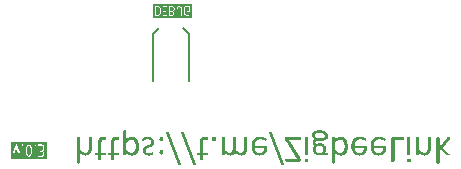
<source format=gbo>
G04*
G04 #@! TF.GenerationSoftware,Altium Limited,Altium Designer,21.6.4 (81)*
G04*
G04 Layer_Color=32896*
%FSLAX44Y44*%
%MOMM*%
G71*
G04*
G04 #@! TF.SameCoordinates,036B5A74-53F7-47AD-A214-E4BF2A679DD1*
G04*
G04*
G04 #@! TF.FilePolarity,Positive*
G04*
G01*
G75*
%ADD10C,0.2000*%
G36*
X286493Y26408D02*
X286975Y26371D01*
X287419Y26260D01*
X287826Y26149D01*
X288123Y26075D01*
X288382Y25964D01*
X288530Y25926D01*
X288567Y25889D01*
X288974Y25667D01*
X289382Y25408D01*
X289715Y25149D01*
X290011Y24890D01*
X290234Y24667D01*
X290382Y24482D01*
X290493Y24334D01*
X290530Y24297D01*
X290789Y23890D01*
X291048Y23445D01*
X291234Y23001D01*
X291419Y22631D01*
X291530Y22260D01*
X291641Y22001D01*
X291715Y21816D01*
Y21742D01*
X291863Y21186D01*
X291974Y20594D01*
X292048Y20038D01*
X292122Y19483D01*
Y19038D01*
X292159Y18705D01*
Y18557D01*
Y18446D01*
Y18409D01*
Y18372D01*
Y17779D01*
X292122Y17261D01*
X292048Y16742D01*
X292011Y16298D01*
X291937Y15928D01*
X291863Y15668D01*
X291826Y15483D01*
Y15409D01*
X291678Y14891D01*
X291530Y14446D01*
X291345Y14002D01*
X291196Y13669D01*
X291048Y13372D01*
X290900Y13150D01*
X290826Y13002D01*
X290789Y12965D01*
X290530Y12595D01*
X290234Y12261D01*
X289937Y11965D01*
X289641Y11706D01*
X289382Y11521D01*
X289160Y11372D01*
X289011Y11298D01*
X288974Y11261D01*
X288530Y11039D01*
X288086Y10891D01*
X287641Y10780D01*
X287234Y10706D01*
X286863Y10669D01*
X286567Y10632D01*
X286308D01*
X285864Y10669D01*
X285456Y10706D01*
X285308Y10743D01*
X285197D01*
X285123Y10780D01*
X285086D01*
X284641Y10891D01*
X284271Y11039D01*
X284123Y11076D01*
X284012Y11150D01*
X283938Y11187D01*
X283901D01*
X283493Y11409D01*
X283123Y11669D01*
X282975Y11780D01*
X282864Y11854D01*
X282790Y11891D01*
X282753Y11928D01*
X282309Y12298D01*
X281938Y12632D01*
X281753Y12780D01*
X281642Y12891D01*
X281568Y12965D01*
X281531Y13002D01*
Y4373D01*
X281494Y4225D01*
X281457Y4188D01*
X281309Y4040D01*
X281271Y4003D01*
X281234D01*
X281123Y3966D01*
X280975Y3929D01*
X280864Y3892D01*
X280827D01*
X280642Y3855D01*
X279716D01*
X279568Y3892D01*
X279531D01*
X279383Y3929D01*
X279272Y3966D01*
X279198Y4003D01*
X279161D01*
X279013Y4114D01*
X278938Y4151D01*
Y4188D01*
X278901Y4299D01*
Y4336D01*
Y4373D01*
Y25778D01*
X278938Y25964D01*
Y26001D01*
Y26038D01*
X278976Y26075D01*
X279049Y26112D01*
X279087Y26149D01*
X279124D01*
X279383Y26186D01*
X279457Y26223D01*
X279494D01*
X279679Y26260D01*
X280272D01*
X280420Y26223D01*
X280568D01*
X280716Y26186D01*
X280827D01*
X280901Y26149D01*
X280938D01*
X281049Y26112D01*
X281086Y26075D01*
X281123Y26001D01*
X281197Y25852D01*
Y25778D01*
Y24001D01*
X281642Y24445D01*
X282012Y24815D01*
X282160Y24964D01*
X282271Y25075D01*
X282346Y25112D01*
X282383Y25149D01*
X282827Y25445D01*
X283197Y25667D01*
X283308Y25778D01*
X283419Y25852D01*
X283493Y25889D01*
X283531D01*
X283938Y26075D01*
X284308Y26186D01*
X284419Y26223D01*
X284530Y26260D01*
X284604Y26297D01*
X284641D01*
X285086Y26371D01*
X285530Y26408D01*
X285679Y26445D01*
X285938D01*
X286493Y26408D01*
D02*
G37*
G36*
X171579Y26371D02*
X171727Y26334D01*
X171801D01*
X172061Y26297D01*
X172283Y26260D01*
X172431Y26223D01*
X172468D01*
X172690Y26149D01*
X172875Y26112D01*
X173023Y26075D01*
X173060D01*
X173246Y26001D01*
X173357Y25926D01*
X173394Y25852D01*
X173431D01*
X173542Y25741D01*
X173616Y25593D01*
X173653Y25482D01*
Y25445D01*
X173690Y25186D01*
X173727Y24964D01*
Y24778D01*
Y24704D01*
Y24519D01*
Y24334D01*
X173690Y24260D01*
Y24223D01*
X173653Y24001D01*
X173616Y23964D01*
Y23927D01*
X173542Y23816D01*
X173505Y23779D01*
X173394Y23705D01*
X173357D01*
X173135Y23742D01*
X173060Y23779D01*
X173023D01*
X172801Y23890D01*
X172690Y23927D01*
X172653Y23964D01*
X172468Y24001D01*
X172320Y24075D01*
X172172Y24112D01*
X172135D01*
X171912Y24149D01*
X171505D01*
X171098Y24112D01*
X170765Y24038D01*
X170505Y23927D01*
X170283Y23779D01*
X170098Y23630D01*
X169987Y23519D01*
X169950Y23445D01*
X169913Y23408D01*
X169765Y23075D01*
X169690Y22742D01*
X169542Y22001D01*
Y21668D01*
X169505Y21409D01*
Y21223D01*
Y21149D01*
Y13113D01*
X173172D01*
X173357Y13076D01*
X173468Y13002D01*
X173542Y12928D01*
X173579Y12891D01*
X173653Y12632D01*
X173727Y12372D01*
Y12150D01*
Y12076D01*
Y12039D01*
Y11854D01*
Y11669D01*
X173690Y11595D01*
Y11558D01*
X173653Y11409D01*
X173616Y11298D01*
X173579Y11261D01*
Y11224D01*
X173468Y11039D01*
X173431Y11002D01*
X173394D01*
X173246Y10928D01*
X169505D01*
Y7521D01*
X169468Y7373D01*
X169431Y7336D01*
X169283Y7188D01*
X169246Y7151D01*
X169209D01*
X169098Y7114D01*
X168950Y7077D01*
X168839Y7040D01*
X168802D01*
X168617Y7003D01*
X167691D01*
X167543Y7040D01*
X167505D01*
X167357Y7077D01*
X167246Y7114D01*
X167172Y7151D01*
X167135D01*
X166987Y7262D01*
X166913Y7299D01*
Y7336D01*
X166876Y7447D01*
Y7484D01*
Y7521D01*
Y10928D01*
X164839D01*
X164691Y10965D01*
X164654Y11002D01*
X164617D01*
X164469Y11150D01*
X164432Y11187D01*
Y11224D01*
X164395Y11335D01*
Y11446D01*
X164358Y11521D01*
Y11558D01*
X164321Y11706D01*
Y11854D01*
Y12002D01*
Y12039D01*
X164358Y12409D01*
X164395Y12669D01*
X164432Y12854D01*
Y12891D01*
X164543Y13002D01*
X164691Y13076D01*
X164802Y13113D01*
X166876D01*
Y21557D01*
Y22001D01*
X166913Y22408D01*
X166950Y22779D01*
X166987Y23075D01*
X167024Y23334D01*
X167061Y23556D01*
X167098Y23668D01*
Y23705D01*
X167320Y24334D01*
X167432Y24593D01*
X167543Y24815D01*
X167654Y25001D01*
X167765Y25149D01*
X167802Y25223D01*
X167839Y25260D01*
X168246Y25630D01*
X168691Y25926D01*
X168876Y26038D01*
X169024Y26075D01*
X169098Y26149D01*
X169135D01*
X169765Y26297D01*
X170098Y26334D01*
X170394Y26371D01*
X170653Y26408D01*
X171320D01*
X171579Y26371D01*
D02*
G37*
G36*
X96476D02*
X96624Y26334D01*
X96698D01*
X96957Y26297D01*
X97179Y26260D01*
X97328Y26223D01*
X97365D01*
X97587Y26149D01*
X97772Y26112D01*
X97920Y26075D01*
X97957D01*
X98142Y26001D01*
X98253Y25926D01*
X98291Y25852D01*
X98328D01*
X98439Y25741D01*
X98513Y25593D01*
X98550Y25482D01*
Y25445D01*
X98587Y25186D01*
X98624Y24964D01*
Y24778D01*
Y24704D01*
Y24519D01*
Y24334D01*
X98587Y24260D01*
Y24223D01*
X98550Y24001D01*
X98513Y23964D01*
Y23927D01*
X98439Y23816D01*
X98402Y23779D01*
X98291Y23705D01*
X98253D01*
X98031Y23742D01*
X97957Y23779D01*
X97920D01*
X97698Y23890D01*
X97587Y23927D01*
X97550Y23964D01*
X97365Y24001D01*
X97217Y24075D01*
X97068Y24112D01*
X97031D01*
X96809Y24149D01*
X96402D01*
X95994Y24112D01*
X95661Y24038D01*
X95402Y23927D01*
X95180Y23779D01*
X94994Y23630D01*
X94883Y23519D01*
X94846Y23445D01*
X94809Y23408D01*
X94661Y23075D01*
X94587Y22742D01*
X94439Y22001D01*
Y21668D01*
X94402Y21409D01*
Y21223D01*
Y21149D01*
Y13113D01*
X98068D01*
X98253Y13076D01*
X98364Y13002D01*
X98439Y12928D01*
X98476Y12891D01*
X98550Y12632D01*
X98624Y12372D01*
Y12150D01*
Y12076D01*
Y12039D01*
Y11854D01*
Y11669D01*
X98587Y11595D01*
Y11558D01*
X98550Y11409D01*
X98513Y11298D01*
X98476Y11261D01*
Y11224D01*
X98364Y11039D01*
X98328Y11002D01*
X98291D01*
X98142Y10928D01*
X94402D01*
Y7521D01*
X94365Y7373D01*
X94328Y7336D01*
X94180Y7188D01*
X94143Y7151D01*
X94106D01*
X93995Y7114D01*
X93847Y7077D01*
X93735Y7040D01*
X93698D01*
X93513Y7003D01*
X92587D01*
X92439Y7040D01*
X92402D01*
X92254Y7077D01*
X92143Y7114D01*
X92069Y7151D01*
X92032D01*
X91884Y7262D01*
X91810Y7299D01*
Y7336D01*
X91773Y7447D01*
Y7484D01*
Y7521D01*
Y10928D01*
X89736D01*
X89588Y10965D01*
X89551Y11002D01*
X89514D01*
X89366Y11150D01*
X89328Y11187D01*
Y11224D01*
X89291Y11335D01*
Y11446D01*
X89254Y11521D01*
Y11558D01*
X89217Y11706D01*
Y11854D01*
Y12002D01*
Y12039D01*
X89254Y12409D01*
X89291Y12669D01*
X89328Y12854D01*
Y12891D01*
X89439Y13002D01*
X89588Y13076D01*
X89699Y13113D01*
X91773D01*
Y21557D01*
Y22001D01*
X91810Y22408D01*
X91847Y22779D01*
X91884Y23075D01*
X91921Y23334D01*
X91958Y23556D01*
X91995Y23668D01*
Y23705D01*
X92217Y24334D01*
X92328Y24593D01*
X92439Y24815D01*
X92550Y25001D01*
X92661Y25149D01*
X92698Y25223D01*
X92736Y25260D01*
X93143Y25630D01*
X93587Y25926D01*
X93772Y26038D01*
X93921Y26075D01*
X93995Y26149D01*
X94032D01*
X94661Y26297D01*
X94994Y26334D01*
X95291Y26371D01*
X95550Y26408D01*
X96217D01*
X96476Y26371D01*
D02*
G37*
G36*
X85514D02*
X85662Y26334D01*
X85736D01*
X85996Y26297D01*
X86218Y26260D01*
X86366Y26223D01*
X86403D01*
X86625Y26149D01*
X86810Y26112D01*
X86958Y26075D01*
X86995D01*
X87181Y26001D01*
X87292Y25926D01*
X87329Y25852D01*
X87366D01*
X87477Y25741D01*
X87551Y25593D01*
X87588Y25482D01*
Y25445D01*
X87625Y25186D01*
X87662Y24964D01*
Y24778D01*
Y24704D01*
Y24519D01*
Y24334D01*
X87625Y24260D01*
Y24223D01*
X87588Y24001D01*
X87551Y23964D01*
Y23927D01*
X87477Y23816D01*
X87440Y23779D01*
X87329Y23705D01*
X87292D01*
X87069Y23742D01*
X86995Y23779D01*
X86958D01*
X86736Y23890D01*
X86625Y23927D01*
X86588Y23964D01*
X86403Y24001D01*
X86255Y24075D01*
X86107Y24112D01*
X86069D01*
X85847Y24149D01*
X85440D01*
X85033Y24112D01*
X84699Y24038D01*
X84440Y23927D01*
X84218Y23779D01*
X84033Y23630D01*
X83922Y23519D01*
X83885Y23445D01*
X83848Y23408D01*
X83699Y23075D01*
X83625Y22742D01*
X83477Y22001D01*
Y21668D01*
X83440Y21409D01*
Y21223D01*
Y21149D01*
Y13113D01*
X87107D01*
X87292Y13076D01*
X87403Y13002D01*
X87477Y12928D01*
X87514Y12891D01*
X87588Y12632D01*
X87662Y12372D01*
Y12150D01*
Y12076D01*
Y12039D01*
Y11854D01*
Y11669D01*
X87625Y11595D01*
Y11558D01*
X87588Y11409D01*
X87551Y11298D01*
X87514Y11261D01*
Y11224D01*
X87403Y11039D01*
X87366Y11002D01*
X87329D01*
X87181Y10928D01*
X83440D01*
Y7521D01*
X83403Y7373D01*
X83366Y7336D01*
X83218Y7188D01*
X83181Y7151D01*
X83144D01*
X83033Y7114D01*
X82885Y7077D01*
X82774Y7040D01*
X82737D01*
X82551Y7003D01*
X81625D01*
X81477Y7040D01*
X81440D01*
X81292Y7077D01*
X81181Y7114D01*
X81107Y7151D01*
X81070D01*
X80922Y7262D01*
X80848Y7299D01*
Y7336D01*
X80811Y7447D01*
Y7484D01*
Y7521D01*
Y10928D01*
X78774D01*
X78626Y10965D01*
X78589Y11002D01*
X78552D01*
X78404Y11150D01*
X78367Y11187D01*
Y11224D01*
X78330Y11335D01*
Y11446D01*
X78293Y11521D01*
Y11558D01*
X78256Y11706D01*
Y11854D01*
Y12002D01*
Y12039D01*
X78293Y12409D01*
X78330Y12669D01*
X78367Y12854D01*
Y12891D01*
X78478Y13002D01*
X78626Y13076D01*
X78737Y13113D01*
X80811D01*
Y21557D01*
Y22001D01*
X80848Y22408D01*
X80885Y22779D01*
X80922Y23075D01*
X80959Y23334D01*
X80996Y23556D01*
X81033Y23668D01*
Y23705D01*
X81255Y24334D01*
X81366Y24593D01*
X81477Y24815D01*
X81588Y25001D01*
X81700Y25149D01*
X81737Y25223D01*
X81774Y25260D01*
X82181Y25630D01*
X82625Y25926D01*
X82811Y26038D01*
X82959Y26075D01*
X83033Y26149D01*
X83070D01*
X83699Y26297D01*
X84033Y26334D01*
X84329Y26371D01*
X84588Y26408D01*
X85255D01*
X85514Y26371D01*
D02*
G37*
G36*
X319379Y26408D02*
X319712D01*
X320008Y26371D01*
X320230Y26334D01*
X320416D01*
X320527Y26297D01*
X320564D01*
X321193Y26186D01*
X321490Y26112D01*
X321712Y26075D01*
X321897Y26038D01*
X322045Y26001D01*
X322119Y25964D01*
X322156D01*
X322638Y25815D01*
X323008Y25704D01*
X323119Y25667D01*
X323230Y25630D01*
X323267Y25593D01*
X323304D01*
X323563Y25445D01*
X323749Y25371D01*
X323823Y25297D01*
X323897Y25186D01*
X323934Y25149D01*
X324008Y25001D01*
X324045Y24927D01*
X324082Y24704D01*
Y24667D01*
Y24630D01*
X324119Y24371D01*
Y24297D01*
Y24260D01*
Y24075D01*
Y23890D01*
X324082Y23816D01*
Y23779D01*
X324045Y23556D01*
X324008Y23519D01*
Y23482D01*
X323934Y23334D01*
X323897Y23297D01*
X323860D01*
X323749Y23223D01*
X323675D01*
X323489Y23260D01*
X323304Y23297D01*
X323156Y23371D01*
X323119Y23408D01*
X323082D01*
X322786Y23519D01*
X322452Y23630D01*
X322230Y23742D01*
X322156Y23779D01*
X322119D01*
X321638Y23927D01*
X321193Y24038D01*
X321008Y24075D01*
X320860Y24112D01*
X320749Y24149D01*
X320712D01*
X320119Y24223D01*
X319527Y24260D01*
X319268Y24297D01*
X318416D01*
X318008Y24260D01*
X317638Y24186D01*
X317305Y24112D01*
X317046Y24075D01*
X316823Y24001D01*
X316712Y23964D01*
X316675D01*
X316083Y23630D01*
X315823Y23482D01*
X315638Y23297D01*
X315453Y23149D01*
X315342Y23038D01*
X315268Y22964D01*
X315231Y22927D01*
X314861Y22371D01*
X314601Y21816D01*
X314527Y21594D01*
X314453Y21409D01*
X314416Y21297D01*
Y21260D01*
X314305Y20520D01*
X314231Y20149D01*
Y19816D01*
X314194Y19520D01*
Y19298D01*
Y19112D01*
Y19075D01*
X323675D01*
X323971Y19038D01*
X324193Y18927D01*
X324341Y18853D01*
X324378Y18816D01*
X324563Y18557D01*
X324674Y18261D01*
X324711Y18039D01*
Y17964D01*
Y17927D01*
Y17446D01*
Y16927D01*
X324637Y16446D01*
X324600Y16002D01*
X324526Y15594D01*
X324452Y15261D01*
X324415Y15039D01*
X324341Y14854D01*
Y14817D01*
X324193Y14372D01*
X324008Y13965D01*
X323823Y13594D01*
X323638Y13298D01*
X323452Y13039D01*
X323304Y12817D01*
X323230Y12706D01*
X323193Y12669D01*
X322897Y12335D01*
X322564Y12039D01*
X322230Y11780D01*
X321934Y11595D01*
X321675Y11409D01*
X321452Y11298D01*
X321267Y11224D01*
X321230Y11187D01*
X320749Y11002D01*
X320267Y10854D01*
X319786Y10780D01*
X319342Y10706D01*
X318934Y10669D01*
X318638Y10632D01*
X318342D01*
X317749Y10669D01*
X317231Y10706D01*
X316712Y10817D01*
X316305Y10891D01*
X315935Y11002D01*
X315675Y11113D01*
X315527Y11150D01*
X315453Y11187D01*
X315009Y11409D01*
X314564Y11669D01*
X314194Y11928D01*
X313898Y12187D01*
X313638Y12409D01*
X313416Y12595D01*
X313305Y12743D01*
X313268Y12780D01*
X312972Y13187D01*
X312676Y13594D01*
X312453Y14039D01*
X312268Y14409D01*
X312083Y14779D01*
X311972Y15039D01*
X311935Y15224D01*
X311898Y15298D01*
X311750Y15854D01*
X311639Y16446D01*
X311565Y17002D01*
X311528Y17520D01*
X311491Y17964D01*
X311454Y18335D01*
Y18557D01*
Y18594D01*
Y18631D01*
X311491Y19335D01*
X311528Y20001D01*
X311602Y20594D01*
X311676Y21075D01*
X311750Y21520D01*
X311824Y21816D01*
X311898Y22001D01*
Y22075D01*
X312083Y22594D01*
X312305Y23075D01*
X312528Y23482D01*
X312750Y23853D01*
X312972Y24112D01*
X313120Y24334D01*
X313231Y24482D01*
X313268Y24519D01*
X313638Y24853D01*
X314009Y25149D01*
X314379Y25408D01*
X314750Y25593D01*
X315046Y25741D01*
X315305Y25889D01*
X315453Y25926D01*
X315527Y25964D01*
X316046Y26112D01*
X316564Y26223D01*
X317083Y26334D01*
X317601Y26371D01*
X318008Y26408D01*
X318342Y26445D01*
X318638D01*
X319379Y26408D01*
D02*
G37*
G36*
X303084D02*
X303417D01*
X303714Y26371D01*
X303936Y26334D01*
X304121D01*
X304232Y26297D01*
X304269D01*
X304899Y26186D01*
X305195Y26112D01*
X305417Y26075D01*
X305602Y26038D01*
X305751Y26001D01*
X305825Y25964D01*
X305862D01*
X306343Y25815D01*
X306713Y25704D01*
X306824Y25667D01*
X306936Y25630D01*
X306973Y25593D01*
X307010D01*
X307269Y25445D01*
X307454Y25371D01*
X307528Y25297D01*
X307602Y25186D01*
X307639Y25149D01*
X307713Y25001D01*
X307750Y24927D01*
X307787Y24704D01*
Y24667D01*
Y24630D01*
X307824Y24371D01*
Y24297D01*
Y24260D01*
Y24075D01*
Y23890D01*
X307787Y23816D01*
Y23779D01*
X307750Y23556D01*
X307713Y23519D01*
Y23482D01*
X307639Y23334D01*
X307602Y23297D01*
X307565D01*
X307454Y23223D01*
X307380D01*
X307195Y23260D01*
X307010Y23297D01*
X306861Y23371D01*
X306824Y23408D01*
X306787D01*
X306491Y23519D01*
X306158Y23630D01*
X305936Y23742D01*
X305862Y23779D01*
X305825D01*
X305343Y23927D01*
X304899Y24038D01*
X304713Y24075D01*
X304565Y24112D01*
X304454Y24149D01*
X304417D01*
X303825Y24223D01*
X303232Y24260D01*
X302973Y24297D01*
X302121D01*
X301714Y24260D01*
X301343Y24186D01*
X301010Y24112D01*
X300751Y24075D01*
X300529Y24001D01*
X300418Y23964D01*
X300381D01*
X299788Y23630D01*
X299529Y23482D01*
X299344Y23297D01*
X299159Y23149D01*
X299048Y23038D01*
X298973Y22964D01*
X298936Y22927D01*
X298566Y22371D01*
X298307Y21816D01*
X298233Y21594D01*
X298159Y21409D01*
X298122Y21297D01*
Y21260D01*
X298011Y20520D01*
X297936Y20149D01*
Y19816D01*
X297899Y19520D01*
Y19298D01*
Y19112D01*
Y19075D01*
X307380D01*
X307676Y19038D01*
X307898Y18927D01*
X308046Y18853D01*
X308084Y18816D01*
X308269Y18557D01*
X308380Y18261D01*
X308417Y18039D01*
Y17964D01*
Y17927D01*
Y17446D01*
Y16927D01*
X308343Y16446D01*
X308306Y16002D01*
X308232Y15594D01*
X308158Y15261D01*
X308121Y15039D01*
X308046Y14854D01*
Y14817D01*
X307898Y14372D01*
X307713Y13965D01*
X307528Y13594D01*
X307343Y13298D01*
X307158Y13039D01*
X307010Y12817D01*
X306936Y12706D01*
X306898Y12669D01*
X306602Y12335D01*
X306269Y12039D01*
X305936Y11780D01*
X305639Y11595D01*
X305380Y11409D01*
X305158Y11298D01*
X304973Y11224D01*
X304936Y11187D01*
X304454Y11002D01*
X303973Y10854D01*
X303491Y10780D01*
X303047Y10706D01*
X302640Y10669D01*
X302343Y10632D01*
X302047D01*
X301455Y10669D01*
X300936Y10706D01*
X300418Y10817D01*
X300010Y10891D01*
X299640Y11002D01*
X299381Y11113D01*
X299233Y11150D01*
X299159Y11187D01*
X298714Y11409D01*
X298270Y11669D01*
X297899Y11928D01*
X297603Y12187D01*
X297344Y12409D01*
X297122Y12595D01*
X297011Y12743D01*
X296974Y12780D01*
X296677Y13187D01*
X296381Y13594D01*
X296159Y14039D01*
X295974Y14409D01*
X295788Y14779D01*
X295677Y15039D01*
X295640Y15224D01*
X295603Y15298D01*
X295455Y15854D01*
X295344Y16446D01*
X295270Y17002D01*
X295233Y17520D01*
X295196Y17964D01*
X295159Y18335D01*
Y18557D01*
Y18594D01*
Y18631D01*
X295196Y19335D01*
X295233Y20001D01*
X295307Y20594D01*
X295381Y21075D01*
X295455Y21520D01*
X295529Y21816D01*
X295603Y22001D01*
Y22075D01*
X295788Y22594D01*
X296011Y23075D01*
X296233Y23482D01*
X296455Y23853D01*
X296677Y24112D01*
X296826Y24334D01*
X296937Y24482D01*
X296974Y24519D01*
X297344Y24853D01*
X297714Y25149D01*
X298085Y25408D01*
X298455Y25593D01*
X298751Y25741D01*
X299010Y25889D01*
X299159Y25926D01*
X299233Y25964D01*
X299751Y26112D01*
X300270Y26223D01*
X300788Y26334D01*
X301306Y26371D01*
X301714Y26408D01*
X302047Y26445D01*
X302343D01*
X303084Y26408D01*
D02*
G37*
G36*
X218611D02*
X218945D01*
X219241Y26371D01*
X219463Y26334D01*
X219648D01*
X219759Y26297D01*
X219796D01*
X220426Y26186D01*
X220722Y26112D01*
X220944Y26075D01*
X221130Y26038D01*
X221278Y26001D01*
X221352Y25964D01*
X221389D01*
X221870Y25815D01*
X222241Y25704D01*
X222352Y25667D01*
X222463Y25630D01*
X222500Y25593D01*
X222537D01*
X222796Y25445D01*
X222981Y25371D01*
X223055Y25297D01*
X223129Y25186D01*
X223166Y25149D01*
X223241Y25001D01*
X223277Y24927D01*
X223315Y24704D01*
Y24667D01*
Y24630D01*
X223352Y24371D01*
Y24297D01*
Y24260D01*
Y24075D01*
Y23890D01*
X223315Y23816D01*
Y23779D01*
X223277Y23556D01*
X223241Y23519D01*
Y23482D01*
X223166Y23334D01*
X223129Y23297D01*
X223092D01*
X222981Y23223D01*
X222907D01*
X222722Y23260D01*
X222537Y23297D01*
X222389Y23371D01*
X222352Y23408D01*
X222315D01*
X222018Y23519D01*
X221685Y23630D01*
X221463Y23742D01*
X221389Y23779D01*
X221352D01*
X220870Y23927D01*
X220426Y24038D01*
X220241Y24075D01*
X220093Y24112D01*
X219982Y24149D01*
X219944D01*
X219352Y24223D01*
X218759Y24260D01*
X218500Y24297D01*
X217649D01*
X217241Y24260D01*
X216871Y24186D01*
X216537Y24112D01*
X216278Y24075D01*
X216056Y24001D01*
X215945Y23964D01*
X215908D01*
X215315Y23630D01*
X215056Y23482D01*
X214871Y23297D01*
X214686Y23149D01*
X214575Y23038D01*
X214501Y22964D01*
X214464Y22927D01*
X214093Y22371D01*
X213834Y21816D01*
X213760Y21594D01*
X213686Y21409D01*
X213649Y21297D01*
Y21260D01*
X213538Y20520D01*
X213464Y20149D01*
Y19816D01*
X213427Y19520D01*
Y19298D01*
Y19112D01*
Y19075D01*
X222907D01*
X223204Y19038D01*
X223426Y18927D01*
X223574Y18853D01*
X223611Y18816D01*
X223796Y18557D01*
X223907Y18261D01*
X223944Y18039D01*
Y17964D01*
Y17927D01*
Y17446D01*
Y16927D01*
X223870Y16446D01*
X223833Y16002D01*
X223759Y15594D01*
X223685Y15261D01*
X223648Y15039D01*
X223574Y14854D01*
Y14817D01*
X223426Y14372D01*
X223241Y13965D01*
X223055Y13594D01*
X222870Y13298D01*
X222685Y13039D01*
X222537Y12817D01*
X222463Y12706D01*
X222426Y12669D01*
X222129Y12335D01*
X221796Y12039D01*
X221463Y11780D01*
X221167Y11595D01*
X220907Y11409D01*
X220685Y11298D01*
X220500Y11224D01*
X220463Y11187D01*
X219982Y11002D01*
X219500Y10854D01*
X219019Y10780D01*
X218574Y10706D01*
X218167Y10669D01*
X217871Y10632D01*
X217574D01*
X216982Y10669D01*
X216463Y10706D01*
X215945Y10817D01*
X215538Y10891D01*
X215167Y11002D01*
X214908Y11113D01*
X214760Y11150D01*
X214686Y11187D01*
X214241Y11409D01*
X213797Y11669D01*
X213427Y11928D01*
X213130Y12187D01*
X212871Y12409D01*
X212649Y12595D01*
X212538Y12743D01*
X212501Y12780D01*
X212205Y13187D01*
X211908Y13594D01*
X211686Y14039D01*
X211501Y14409D01*
X211316Y14779D01*
X211205Y15039D01*
X211168Y15224D01*
X211131Y15298D01*
X210982Y15854D01*
X210871Y16446D01*
X210797Y17002D01*
X210760Y17520D01*
X210723Y17964D01*
X210686Y18335D01*
Y18557D01*
Y18594D01*
Y18631D01*
X210723Y19335D01*
X210760Y20001D01*
X210834Y20594D01*
X210908Y21075D01*
X210982Y21520D01*
X211057Y21816D01*
X211131Y22001D01*
Y22075D01*
X211316Y22594D01*
X211538Y23075D01*
X211760Y23482D01*
X211982Y23853D01*
X212205Y24112D01*
X212353Y24334D01*
X212464Y24482D01*
X212501Y24519D01*
X212871Y24853D01*
X213242Y25149D01*
X213612Y25408D01*
X213982Y25593D01*
X214279Y25741D01*
X214538Y25889D01*
X214686Y25926D01*
X214760Y25964D01*
X215278Y26112D01*
X215797Y26223D01*
X216315Y26334D01*
X216834Y26371D01*
X217241Y26408D01*
X217574Y26445D01*
X217871D01*
X218611Y26408D01*
D02*
G37*
G36*
X134953Y26260D02*
X135101Y26223D01*
X135176D01*
X135398Y26149D01*
X135546Y26038D01*
X135657Y25963D01*
X135694Y25926D01*
X135842Y25741D01*
X135916Y25556D01*
X135990Y25408D01*
Y25371D01*
X136027Y25075D01*
X136064Y24778D01*
Y24556D01*
Y24519D01*
Y24482D01*
Y24112D01*
X136027Y23816D01*
X135990Y23668D01*
Y23593D01*
X135916Y23334D01*
X135805Y23186D01*
X135731Y23075D01*
X135694Y23038D01*
X135546Y22890D01*
X135361Y22779D01*
X135250Y22742D01*
X135176Y22705D01*
X134916Y22631D01*
X134657Y22594D01*
X134028D01*
X133731Y22631D01*
X133583Y22668D01*
X133509Y22705D01*
X133287Y22816D01*
X133139Y22927D01*
X133028Y23001D01*
X132991Y23038D01*
X132879Y23186D01*
X132805Y23371D01*
X132731Y23519D01*
Y23593D01*
X132694Y23890D01*
Y24149D01*
Y24371D01*
Y24445D01*
Y24482D01*
Y24853D01*
X132731Y25112D01*
Y25297D01*
Y25371D01*
X132805Y25593D01*
X132879Y25778D01*
X132954Y25889D01*
X132991Y25926D01*
X133176Y26075D01*
X133324Y26149D01*
X133472Y26223D01*
X133509D01*
X133768Y26260D01*
X134065Y26297D01*
X134694D01*
X134953Y26260D01*
D02*
G37*
G36*
X179467Y26223D02*
X179727Y26186D01*
X179912Y26112D01*
X180023Y26038D01*
X180134Y26001D01*
X180208Y25926D01*
X180319Y25741D01*
X180430Y25519D01*
X180541Y25038D01*
X180578Y24778D01*
Y24593D01*
Y24445D01*
Y24408D01*
Y24038D01*
X180504Y23705D01*
X180467Y23445D01*
X180393Y23260D01*
X180319Y23112D01*
X180282Y23001D01*
X180208Y22927D01*
X180060Y22816D01*
X179875Y22705D01*
X179430Y22594D01*
X179245Y22557D01*
X178578D01*
X178282Y22631D01*
X178023Y22668D01*
X177838Y22742D01*
X177727Y22816D01*
X177616Y22890D01*
X177579Y22927D01*
X177542Y22964D01*
X177430Y23149D01*
X177319Y23371D01*
X177208Y23853D01*
Y24112D01*
X177171Y24297D01*
Y24445D01*
Y24482D01*
Y24853D01*
X177208Y25186D01*
X177282Y25445D01*
X177356Y25630D01*
X177393Y25778D01*
X177467Y25889D01*
X177505Y25926D01*
Y25963D01*
X177653Y26075D01*
X177875Y26149D01*
X178319Y26260D01*
X178504D01*
X178690Y26297D01*
X179171D01*
X179467Y26223D01*
D02*
G37*
G36*
X378113Y26223D02*
X378298D01*
X378484Y26186D01*
X378632D01*
X378706Y26149D01*
X378743D01*
X378928Y26038D01*
X378965Y26001D01*
X379039Y25852D01*
Y25778D01*
Y25667D01*
X379002Y25556D01*
X378965Y25519D01*
X378928Y25482D01*
X378854Y25334D01*
X378743Y25186D01*
X378669Y25038D01*
X378632Y25001D01*
X372818Y17409D01*
X377965Y12187D01*
X378150Y12002D01*
X378261Y11854D01*
X378298Y11780D01*
X378335Y11743D01*
X378410Y11595D01*
X378447Y11484D01*
Y11372D01*
Y11336D01*
X378410Y11187D01*
X378373Y11150D01*
X378298Y11076D01*
X378224Y11039D01*
X378150Y11002D01*
X378113D01*
X377965Y10965D01*
X377854Y10928D01*
X377706Y10891D01*
X377669D01*
X377447Y10854D01*
X376521D01*
X376373Y10891D01*
X376336D01*
X376151Y10928D01*
X376002Y10965D01*
X375891Y11002D01*
X375854D01*
X375632Y11113D01*
X375558Y11150D01*
X375521Y11187D01*
X375447Y11261D01*
X375336Y11336D01*
X375299Y11409D01*
X375262Y11447D01*
X369855Y17409D01*
Y4373D01*
X369818Y4225D01*
X369781Y4188D01*
X369633Y4040D01*
X369596Y4003D01*
X369559D01*
X369448Y3966D01*
X369299Y3929D01*
X369188Y3892D01*
X369151D01*
X368966Y3855D01*
X368040D01*
X367892Y3892D01*
X367855D01*
X367707Y3929D01*
X367596Y3966D01*
X367522Y4003D01*
X367485D01*
X367337Y4114D01*
X367263Y4151D01*
Y4188D01*
X367226Y4299D01*
Y4336D01*
Y4373D01*
Y25778D01*
X367263Y25926D01*
Y26001D01*
X367411Y26112D01*
X367448Y26149D01*
X367485D01*
X367744Y26186D01*
X367818Y26223D01*
X367855D01*
X368077Y26260D01*
X368781D01*
X369003Y26223D01*
X369151D01*
X369337Y26186D01*
X369448D01*
X369522Y26149D01*
X369559D01*
X369744Y26038D01*
X369781Y26001D01*
X369855Y25852D01*
Y25815D01*
Y25778D01*
Y17779D01*
X375928Y25778D01*
X376040Y25964D01*
X376114Y26001D01*
Y26038D01*
X376336Y26112D01*
X376410Y26149D01*
X376447D01*
X376743Y26186D01*
X376854Y26223D01*
X376891D01*
X377150Y26260D01*
X377891D01*
X378113Y26223D01*
D02*
G37*
G36*
X361559D02*
X361708D01*
X361893Y26186D01*
X362004D01*
X362078Y26149D01*
X362115D01*
X362300Y26038D01*
X362337Y26001D01*
X362411Y25852D01*
Y25815D01*
Y25778D01*
Y17002D01*
Y16446D01*
X362374Y15928D01*
X362337Y15483D01*
X362263Y15113D01*
X362226Y14779D01*
X362152Y14557D01*
X362115Y14409D01*
Y14372D01*
X362004Y13965D01*
X361856Y13594D01*
X361708Y13261D01*
X361559Y13002D01*
X361448Y12780D01*
X361337Y12595D01*
X361263Y12484D01*
X361226Y12447D01*
X361004Y12150D01*
X360745Y11891D01*
X360448Y11669D01*
X360226Y11484D01*
X359967Y11336D01*
X359819Y11224D01*
X359671Y11187D01*
X359634Y11150D01*
X359263Y10965D01*
X358856Y10854D01*
X358449Y10743D01*
X358078Y10706D01*
X357745Y10669D01*
X357486Y10632D01*
X357227D01*
X356782Y10669D01*
X356338Y10743D01*
X355930Y10854D01*
X355560Y10965D01*
X355227Y11076D01*
X355005Y11187D01*
X354856Y11261D01*
X354782Y11298D01*
X354338Y11558D01*
X353894Y11854D01*
X353486Y12187D01*
X353153Y12521D01*
X352820Y12817D01*
X352598Y13039D01*
X352449Y13187D01*
X352375Y13261D01*
Y11372D01*
X352338Y11187D01*
X352301Y11150D01*
X352264Y11076D01*
X352190Y11039D01*
X352153Y11002D01*
X352116D01*
X352005Y10965D01*
X351894Y10928D01*
X351783Y10891D01*
X351746D01*
X351561Y10854D01*
X350746D01*
X350635Y10891D01*
X350598D01*
X350449Y10928D01*
X350338Y10965D01*
X350264Y11002D01*
X350227D01*
X350153Y11039D01*
X350079Y11113D01*
X350042Y11150D01*
X350005Y11298D01*
Y11336D01*
Y11372D01*
Y25778D01*
X350042Y25926D01*
Y26001D01*
X350190Y26112D01*
X350227Y26149D01*
X350264D01*
X350524Y26186D01*
X350598Y26223D01*
X350635D01*
X350857Y26260D01*
X351561D01*
X351783Y26223D01*
X351931D01*
X352116Y26186D01*
X352227D01*
X352301Y26149D01*
X352338D01*
X352523Y26038D01*
X352560Y26001D01*
X352635Y25852D01*
Y25815D01*
Y25778D01*
Y15705D01*
X353042Y15224D01*
X353412Y14817D01*
X353745Y14483D01*
X354079Y14187D01*
X354338Y13965D01*
X354523Y13780D01*
X354671Y13706D01*
X354708Y13669D01*
X355079Y13409D01*
X355449Y13224D01*
X355782Y13113D01*
X356079Y13002D01*
X356338Y12965D01*
X356523Y12928D01*
X356708D01*
X357227Y12965D01*
X357671Y13076D01*
X357819Y13113D01*
X357930Y13187D01*
X358004Y13224D01*
X358041D01*
X358449Y13483D01*
X358745Y13743D01*
X358930Y13965D01*
X359004Y14039D01*
Y14076D01*
X359263Y14483D01*
X359412Y14928D01*
X359486Y15113D01*
X359523Y15224D01*
X359560Y15335D01*
Y15372D01*
X359634Y15668D01*
X359708Y16002D01*
X359745Y16631D01*
X359782Y16890D01*
Y17113D01*
Y17298D01*
Y17335D01*
Y25778D01*
X359819Y25926D01*
Y26001D01*
X359967Y26112D01*
X360004Y26149D01*
X360041D01*
X360300Y26186D01*
X360374Y26223D01*
X360411D01*
X360634Y26260D01*
X361337D01*
X361559Y26223D01*
D02*
G37*
G36*
X205946Y26223D02*
X206131D01*
X206316Y26186D01*
X206427D01*
X206502Y26149D01*
X206539D01*
X206724Y26038D01*
X206761Y26001D01*
X206835Y25852D01*
Y25815D01*
Y25778D01*
Y16668D01*
X206798Y15779D01*
X206761Y15409D01*
X206724Y15076D01*
X206650Y14779D01*
X206613Y14557D01*
X206576Y14409D01*
Y14372D01*
X206465Y13965D01*
X206316Y13594D01*
X206205Y13261D01*
X206057Y13002D01*
X205909Y12780D01*
X205835Y12595D01*
X205761Y12484D01*
X205724Y12446D01*
X205502Y12150D01*
X205242Y11891D01*
X204983Y11669D01*
X204761Y11484D01*
X204539Y11335D01*
X204354Y11224D01*
X204242Y11187D01*
X204205Y11150D01*
X203835Y10965D01*
X203465Y10854D01*
X203057Y10743D01*
X202687Y10706D01*
X202354Y10669D01*
X202094Y10632D01*
X201872D01*
X201428Y10669D01*
X201095Y10706D01*
X200947Y10743D01*
X200835Y10780D01*
X200761Y10817D01*
X200724D01*
X200317Y10965D01*
X199910Y11113D01*
X199761Y11187D01*
X199650Y11224D01*
X199576Y11298D01*
X199539D01*
X199095Y11595D01*
X198687Y11854D01*
X198539Y12002D01*
X198391Y12076D01*
X198317Y12150D01*
X198280Y12187D01*
X197799Y12595D01*
X197391Y13039D01*
X197206Y13224D01*
X197058Y13335D01*
X196984Y13446D01*
X196947Y13483D01*
X196725Y13039D01*
X196502Y12669D01*
X196429Y12521D01*
X196354Y12409D01*
X196317Y12372D01*
X196280Y12335D01*
X195984Y11965D01*
X195688Y11706D01*
X195466Y11521D01*
X195392Y11446D01*
X195354D01*
X194947Y11187D01*
X194540Y11002D01*
X194355Y10928D01*
X194207Y10891D01*
X194132Y10854D01*
X194095D01*
X193540Y10706D01*
X193021Y10669D01*
X192836Y10632D01*
X192503D01*
X192059Y10669D01*
X191651Y10743D01*
X191244Y10854D01*
X190910Y10965D01*
X190614Y11076D01*
X190355Y11187D01*
X190207Y11261D01*
X190170Y11298D01*
X189725Y11558D01*
X189318Y11854D01*
X188911Y12187D01*
X188577Y12521D01*
X188281Y12817D01*
X188059Y13039D01*
X187874Y13187D01*
X187837Y13261D01*
Y11372D01*
X187800Y11187D01*
X187763Y11150D01*
X187726Y11076D01*
X187652Y11039D01*
X187615Y11002D01*
X187577D01*
X187466Y10965D01*
X187355Y10928D01*
X187244Y10891D01*
X187207D01*
X187022Y10854D01*
X186207D01*
X186096Y10891D01*
X186059D01*
X185911Y10928D01*
X185800Y10965D01*
X185726Y11002D01*
X185689D01*
X185615Y11039D01*
X185541Y11113D01*
X185504Y11150D01*
X185467Y11298D01*
Y11335D01*
Y11372D01*
Y25778D01*
X185504Y25926D01*
Y26001D01*
X185652Y26112D01*
X185689Y26149D01*
X185726D01*
X185985Y26186D01*
X186059Y26223D01*
X186096D01*
X186318Y26260D01*
X187022D01*
X187244Y26223D01*
X187392D01*
X187577Y26186D01*
X187689D01*
X187763Y26149D01*
X187800D01*
X187985Y26038D01*
X188022Y26001D01*
X188096Y25852D01*
Y25815D01*
Y25778D01*
Y15705D01*
X188503Y15224D01*
X188874Y14817D01*
X189207Y14483D01*
X189503Y14187D01*
X189762Y13965D01*
X189948Y13780D01*
X190059Y13706D01*
X190096Y13669D01*
X190429Y13409D01*
X190762Y13224D01*
X191096Y13113D01*
X191355Y13002D01*
X191614Y12965D01*
X191799Y12928D01*
X191947D01*
X192466Y12965D01*
X192873Y13076D01*
X193021Y13113D01*
X193132Y13187D01*
X193169Y13224D01*
X193207D01*
X193577Y13483D01*
X193873Y13743D01*
X194021Y13965D01*
X194095Y14039D01*
Y14076D01*
X194355Y14483D01*
X194503Y14928D01*
X194577Y15113D01*
X194614Y15224D01*
X194651Y15335D01*
Y15372D01*
X194762Y15928D01*
X194799Y16483D01*
X194836Y16705D01*
Y16890D01*
Y17002D01*
Y17039D01*
Y25778D01*
X194873Y25926D01*
Y26001D01*
X195021Y26112D01*
X195058Y26149D01*
X195095D01*
X195206Y26186D01*
X195354D01*
X195466Y26223D01*
X195503D01*
X195725Y26260D01*
X196391D01*
X196577Y26223D01*
X196762D01*
X196947Y26186D01*
X197058D01*
X197132Y26149D01*
X197169D01*
X197354Y26038D01*
X197391Y26001D01*
X197465Y25852D01*
Y25815D01*
Y25778D01*
Y15705D01*
X197873Y15224D01*
X198243Y14817D01*
X198576Y14483D01*
X198873Y14187D01*
X199132Y13965D01*
X199317Y13780D01*
X199428Y13706D01*
X199465Y13669D01*
X199799Y13409D01*
X200132Y13224D01*
X200465Y13113D01*
X200724Y13002D01*
X200984Y12965D01*
X201169Y12928D01*
X201317D01*
X201798Y12965D01*
X202206Y13076D01*
X202354Y13113D01*
X202465Y13187D01*
X202539Y13224D01*
X202576D01*
X202946Y13483D01*
X203243Y13743D01*
X203391Y13965D01*
X203465Y14039D01*
Y14076D01*
X203687Y14483D01*
X203872Y14928D01*
X203909Y15113D01*
X203946Y15224D01*
X203983Y15335D01*
Y15372D01*
X204094Y15928D01*
X204131Y16483D01*
X204168Y16705D01*
Y16890D01*
Y17002D01*
Y17039D01*
Y25778D01*
X204205Y25926D01*
Y26001D01*
X204354Y26112D01*
X204391Y26149D01*
X204428D01*
X204539Y26186D01*
X204687D01*
X204798Y26223D01*
X204835D01*
X205057Y26260D01*
X205761D01*
X205946Y26223D01*
D02*
G37*
G36*
X74515D02*
X74663D01*
X74848Y26186D01*
X74960D01*
X75034Y26149D01*
X75071D01*
X75256Y26038D01*
X75293Y26001D01*
X75367Y25852D01*
Y25815D01*
Y25778D01*
Y17002D01*
Y16446D01*
X75330Y15928D01*
X75293Y15483D01*
X75219Y15113D01*
X75182Y14779D01*
X75108Y14557D01*
X75071Y14409D01*
Y14372D01*
X74960Y13965D01*
X74811Y13594D01*
X74663Y13261D01*
X74515Y13002D01*
X74404Y12780D01*
X74293Y12595D01*
X74219Y12484D01*
X74182Y12446D01*
X73960Y12150D01*
X73700Y11891D01*
X73404Y11669D01*
X73182Y11484D01*
X72923Y11335D01*
X72775Y11224D01*
X72627Y11187D01*
X72589Y11150D01*
X72219Y10965D01*
X71812Y10854D01*
X71404Y10743D01*
X71034Y10706D01*
X70701Y10669D01*
X70441Y10632D01*
X70182D01*
X69738Y10669D01*
X69331Y10706D01*
X68923Y10817D01*
X68590Y10928D01*
X68294Y11039D01*
X68071Y11113D01*
X67886Y11187D01*
X67849Y11224D01*
X67442Y11484D01*
X66997Y11743D01*
X66627Y12039D01*
X66294Y12335D01*
X65998Y12595D01*
X65775Y12817D01*
X65627Y12965D01*
X65590Y13002D01*
Y4373D01*
X65553Y4225D01*
X65516Y4188D01*
X65368Y4040D01*
X65331Y4003D01*
X65294D01*
X65183Y3966D01*
X65035Y3929D01*
X64924Y3892D01*
X64886D01*
X64701Y3855D01*
X63776D01*
X63627Y3892D01*
X63590D01*
X63442Y3929D01*
X63331Y3966D01*
X63257Y4003D01*
X63220D01*
X63072Y4114D01*
X62998Y4151D01*
Y4188D01*
X62961Y4299D01*
Y4336D01*
Y4373D01*
Y25778D01*
X62998Y25926D01*
Y26001D01*
X63146Y26112D01*
X63183Y26149D01*
X63220D01*
X63479Y26186D01*
X63553Y26223D01*
X63590D01*
X63813Y26260D01*
X64516D01*
X64738Y26223D01*
X64886D01*
X65072Y26186D01*
X65183D01*
X65257Y26149D01*
X65294D01*
X65479Y26038D01*
X65516Y26001D01*
X65590Y25852D01*
Y25815D01*
Y25778D01*
Y15705D01*
X65998Y15224D01*
X66368Y14817D01*
X66701Y14483D01*
X67035Y14187D01*
X67294Y13965D01*
X67479Y13780D01*
X67627Y13706D01*
X67664Y13669D01*
X68034Y13409D01*
X68405Y13224D01*
X68738Y13113D01*
X69034Y13002D01*
X69293Y12965D01*
X69479Y12928D01*
X69664D01*
X70182Y12965D01*
X70627Y13076D01*
X70775Y13113D01*
X70886Y13187D01*
X70960Y13224D01*
X70997D01*
X71404Y13483D01*
X71701Y13743D01*
X71886Y13965D01*
X71960Y14039D01*
Y14076D01*
X72219Y14483D01*
X72367Y14928D01*
X72441Y15113D01*
X72478Y15224D01*
X72515Y15335D01*
Y15372D01*
X72589Y15668D01*
X72663Y16002D01*
X72701Y16631D01*
X72738Y16890D01*
Y17113D01*
Y17298D01*
Y17335D01*
Y25778D01*
X72775Y25926D01*
Y26001D01*
X72923Y26112D01*
X72960Y26149D01*
X72997D01*
X73256Y26186D01*
X73330Y26223D01*
X73367D01*
X73589Y26260D01*
X74293D01*
X74515Y26223D01*
D02*
G37*
G36*
X134953Y15150D02*
X135101Y15113D01*
X135176D01*
X135398Y15039D01*
X135546Y14928D01*
X135657Y14854D01*
X135694Y14817D01*
X135842Y14631D01*
X135916Y14446D01*
X135990Y14298D01*
Y14261D01*
X136027Y13965D01*
X136064Y13669D01*
Y13446D01*
Y13409D01*
Y13372D01*
Y13002D01*
X136027Y12706D01*
X135990Y12557D01*
Y12484D01*
X135916Y12224D01*
X135805Y12039D01*
X135731Y11928D01*
X135694Y11891D01*
X135546Y11743D01*
X135361Y11669D01*
X135250Y11595D01*
X135176D01*
X134916Y11521D01*
X134657Y11484D01*
X134028D01*
X133731Y11521D01*
X133583Y11558D01*
X133509Y11595D01*
X133287Y11669D01*
X133139Y11780D01*
X133028Y11854D01*
X132991Y11891D01*
X132879Y12076D01*
X132805Y12261D01*
X132731Y12409D01*
Y12484D01*
X132694Y12780D01*
Y13039D01*
Y13261D01*
Y13335D01*
Y13372D01*
Y13743D01*
X132731Y14002D01*
Y14187D01*
Y14261D01*
X132805Y14483D01*
X132879Y14668D01*
X132954Y14779D01*
X132991Y14817D01*
X133176Y14965D01*
X133324Y15039D01*
X133472Y15113D01*
X133509D01*
X133768Y15150D01*
X134065Y15187D01*
X134694D01*
X134953Y15150D01*
D02*
G37*
G36*
X344265Y26223D02*
X344413D01*
X344598Y26186D01*
X344709D01*
X344784Y26149D01*
X344821D01*
X345006Y26038D01*
X345043Y26001D01*
X345117Y25852D01*
Y25815D01*
Y25778D01*
Y11372D01*
X345080Y11224D01*
X345043Y11187D01*
X344895Y11039D01*
X344857Y11002D01*
X344821D01*
X344709Y10965D01*
X344561Y10928D01*
X344450Y10891D01*
X344413D01*
X344228Y10854D01*
X343302D01*
X343154Y10891D01*
X343117D01*
X342969Y10928D01*
X342858Y10965D01*
X342784Y11002D01*
X342747D01*
X342598Y11113D01*
X342524Y11150D01*
Y11187D01*
X342487Y11298D01*
Y11336D01*
Y11372D01*
Y25778D01*
X342524Y25926D01*
Y26001D01*
X342673Y26112D01*
X342710Y26149D01*
X342747D01*
X343006Y26186D01*
X343080Y26223D01*
X343117D01*
X343339Y26260D01*
X344043D01*
X344265Y26223D01*
D02*
G37*
G36*
X257718D02*
X257866D01*
X258052Y26186D01*
X258163D01*
X258237Y26149D01*
X258274D01*
X258459Y26038D01*
X258496Y26001D01*
X258570Y25852D01*
Y25815D01*
Y25778D01*
Y11372D01*
X258533Y11224D01*
X258496Y11187D01*
X258348Y11039D01*
X258311Y11002D01*
X258274D01*
X258163Y10965D01*
X258015Y10928D01*
X257904Y10891D01*
X257866D01*
X257681Y10854D01*
X256756D01*
X256607Y10891D01*
X256570D01*
X256422Y10928D01*
X256311Y10965D01*
X256237Y11002D01*
X256200D01*
X256052Y11113D01*
X255978Y11150D01*
Y11187D01*
X255941Y11298D01*
Y11336D01*
Y11372D01*
Y25778D01*
X255978Y25926D01*
Y26001D01*
X256126Y26112D01*
X256163Y26149D01*
X256200D01*
X256459Y26186D01*
X256533Y26223D01*
X256570D01*
X256793Y26260D01*
X257496D01*
X257718Y26223D01*
D02*
G37*
G36*
X268976Y31963D02*
X269569Y31926D01*
X270088Y31852D01*
X270569Y31778D01*
X270939Y31704D01*
X271236Y31667D01*
X271384Y31593D01*
X271458D01*
X271939Y31444D01*
X272346Y31259D01*
X272754Y31074D01*
X273050Y30889D01*
X273309Y30741D01*
X273495Y30630D01*
X273606Y30556D01*
X273643Y30519D01*
X273939Y30259D01*
X274198Y30000D01*
X274420Y29704D01*
X274606Y29482D01*
X274717Y29260D01*
X274828Y29074D01*
X274902Y28963D01*
Y28926D01*
X275050Y28593D01*
X275161Y28260D01*
X275235Y27926D01*
X275309Y27630D01*
Y27408D01*
X275346Y27223D01*
Y27075D01*
Y27037D01*
X275272Y26408D01*
X275235Y26149D01*
X275161Y25889D01*
X275087Y25704D01*
X275050Y25556D01*
X274976Y25482D01*
Y25445D01*
X274643Y24927D01*
X274309Y24556D01*
X274161Y24408D01*
X274050Y24297D01*
X273976Y24260D01*
X273939Y24223D01*
X273421Y23890D01*
X272902Y23668D01*
X272717Y23593D01*
X272532Y23519D01*
X272421Y23482D01*
X272384D01*
X271717Y23334D01*
X271384Y23260D01*
X271087Y23223D01*
X270791D01*
X270606Y23186D01*
X270421D01*
X266680Y23001D01*
X266125Y22927D01*
X265866Y22890D01*
X265681Y22816D01*
X265532Y22742D01*
X265421Y22705D01*
X265347Y22631D01*
X265310D01*
X265125Y22483D01*
X265014Y22334D01*
X264866Y22038D01*
X264792Y21779D01*
Y21742D01*
Y21705D01*
X264829Y21372D01*
X264866Y21112D01*
X264903Y20927D01*
X264940Y20853D01*
X265088Y20594D01*
X265236Y20372D01*
X265347Y20223D01*
X265384Y20186D01*
X265755Y20446D01*
X266162Y20631D01*
X266347Y20705D01*
X266495Y20742D01*
X266569Y20779D01*
X266606D01*
X267236Y20890D01*
X267495Y20964D01*
X267754D01*
X267977Y21001D01*
X268754D01*
X269162Y20964D01*
X269569Y20890D01*
X269902Y20816D01*
X270162Y20779D01*
X270384Y20705D01*
X270532Y20668D01*
X270569D01*
X270939Y20520D01*
X271273Y20372D01*
X271606Y20186D01*
X271865Y20038D01*
X272050Y19890D01*
X272198Y19779D01*
X272309Y19705D01*
X272346Y19668D01*
X272828Y19112D01*
X273198Y18594D01*
X273309Y18372D01*
X273421Y18187D01*
X273495Y18075D01*
Y18039D01*
X273643Y17668D01*
X273717Y17298D01*
X273791Y16927D01*
X273865Y16557D01*
Y16261D01*
X273902Y16039D01*
Y15854D01*
Y15817D01*
X273865Y15261D01*
X273791Y14779D01*
X273717Y14594D01*
X273680Y14446D01*
X273643Y14372D01*
Y14335D01*
X273421Y13817D01*
X273161Y13409D01*
X273050Y13261D01*
X272939Y13150D01*
X272902Y13076D01*
X272865Y13039D01*
X274939D01*
X275087Y13002D01*
X275198Y12928D01*
X275272Y12854D01*
X275309Y12817D01*
X275420Y12595D01*
X275457Y12298D01*
X275494Y12076D01*
Y12039D01*
Y12002D01*
X275457Y11669D01*
X275420Y11409D01*
X275383Y11261D01*
X275346Y11224D01*
X275235Y11039D01*
X275087Y10965D01*
X274976Y10928D01*
X270569D01*
X270199Y10854D01*
X269865Y10780D01*
X269717D01*
X269606Y10743D01*
X269495D01*
X269088Y10706D01*
X268680Y10669D01*
X268273D01*
X267421Y10743D01*
X267051Y10780D01*
X266717Y10854D01*
X266458Y10928D01*
X266236Y10965D01*
X266088Y11039D01*
X266051D01*
X265681Y11187D01*
X265347Y11372D01*
X265051Y11521D01*
X264792Y11706D01*
X264569Y11854D01*
X264421Y11965D01*
X264310Y12039D01*
X264273Y12076D01*
X263792Y12632D01*
X263421Y13150D01*
X263310Y13372D01*
X263199Y13557D01*
X263162Y13706D01*
X263125Y13743D01*
X262977Y14113D01*
X262903Y14483D01*
X262829Y14854D01*
X262755Y15187D01*
Y15483D01*
X262718Y15705D01*
Y15854D01*
Y15928D01*
Y16298D01*
X262755Y16668D01*
X262792Y16964D01*
X262866Y17224D01*
X262903Y17446D01*
X262940Y17594D01*
X262977Y17705D01*
Y17742D01*
X263236Y18261D01*
X263496Y18668D01*
X263570Y18853D01*
X263681Y18964D01*
X263718Y19038D01*
X263755Y19075D01*
X263384Y19557D01*
X263051Y20001D01*
X262940Y20186D01*
X262866Y20334D01*
X262829Y20446D01*
X262792Y20483D01*
X262570Y21075D01*
X262459Y21594D01*
Y21853D01*
X262422Y22038D01*
Y22149D01*
Y22186D01*
X262496Y22705D01*
X262607Y23112D01*
X262681Y23297D01*
X262718Y23408D01*
X262792Y23482D01*
Y23519D01*
X262940Y23742D01*
X263125Y23927D01*
X263496Y24223D01*
X263681Y24371D01*
X263829Y24445D01*
X263903Y24482D01*
X263940Y24519D01*
X263570Y24815D01*
X263273Y25075D01*
X263088Y25260D01*
X263051Y25297D01*
X263014Y25334D01*
X262755Y25630D01*
X262533Y25889D01*
X262385Y26075D01*
X262348Y26112D01*
Y26149D01*
X262199Y26482D01*
X262051Y26778D01*
X262014Y27001D01*
X261977Y27037D01*
Y27075D01*
X261903Y27445D01*
X261866Y27778D01*
Y28037D01*
Y28075D01*
Y28112D01*
X261903Y28704D01*
X261977Y28963D01*
X262051Y29186D01*
X262088Y29371D01*
X262162Y29519D01*
X262199Y29593D01*
Y29630D01*
X262348Y29889D01*
X262533Y30148D01*
X262903Y30519D01*
X263088Y30667D01*
X263236Y30778D01*
X263310Y30852D01*
X263347Y30889D01*
X263644Y31074D01*
X263977Y31222D01*
X264644Y31481D01*
X264903Y31593D01*
X265162Y31630D01*
X265310Y31704D01*
X265347D01*
X265829Y31815D01*
X266310Y31889D01*
X266829Y31926D01*
X267273Y31963D01*
X267680Y32000D01*
X268310D01*
X268976Y31963D01*
D02*
G37*
G36*
X123584Y26408D02*
X123991Y26334D01*
X124325Y26297D01*
X124584Y26223D01*
X124806Y26186D01*
X124954Y26149D01*
X124991D01*
X125362Y26038D01*
X125695Y25889D01*
X126028Y25741D01*
X126288Y25593D01*
X126473Y25445D01*
X126621Y25371D01*
X126732Y25297D01*
X126769Y25260D01*
X127250Y24778D01*
X127621Y24297D01*
X127732Y24112D01*
X127843Y23964D01*
X127917Y23853D01*
Y23816D01*
X128065Y23482D01*
X128176Y23149D01*
X128250Y22816D01*
X128324Y22520D01*
Y22260D01*
X128361Y22038D01*
Y21890D01*
Y21853D01*
X128324Y21223D01*
X128250Y20927D01*
X128213Y20705D01*
X128139Y20520D01*
X128065Y20371D01*
X128028Y20298D01*
Y20260D01*
X127769Y19779D01*
X127510Y19409D01*
X127399Y19298D01*
X127288Y19187D01*
X127250Y19149D01*
X127213Y19112D01*
X126806Y18779D01*
X126436Y18520D01*
X126250Y18446D01*
X126139Y18372D01*
X126065Y18298D01*
X126028D01*
X125547Y18038D01*
X125103Y17853D01*
X124954Y17779D01*
X124806Y17705D01*
X124732Y17668D01*
X124695D01*
X124214Y17483D01*
X123769Y17298D01*
X123621Y17261D01*
X123473Y17187D01*
X123399Y17150D01*
X123362D01*
X122880Y16964D01*
X122510Y16779D01*
X122362Y16705D01*
X122288Y16631D01*
X122214Y16594D01*
X122177D01*
X121844Y16335D01*
X121584Y16113D01*
X121436Y15928D01*
X121362Y15854D01*
X121177Y15483D01*
X121103Y15150D01*
X121066Y15002D01*
Y14891D01*
Y14817D01*
Y14779D01*
X121103Y14446D01*
X121140Y14187D01*
X121177Y14039D01*
X121214Y13965D01*
X121362Y13706D01*
X121510Y13483D01*
X121658Y13335D01*
X121695Y13298D01*
X121955Y13113D01*
X122251Y12965D01*
X122473Y12891D01*
X122510Y12854D01*
X122547D01*
X122955Y12743D01*
X123325Y12706D01*
X123510Y12669D01*
X123732D01*
X124251Y12706D01*
X124695Y12743D01*
X124843Y12780D01*
X124954Y12817D01*
X125028Y12854D01*
X125065D01*
X125473Y13002D01*
X125806Y13113D01*
X125991Y13224D01*
X126065Y13261D01*
X126362Y13409D01*
X126584Y13520D01*
X126732Y13594D01*
X126769Y13632D01*
X126954Y13706D01*
X127065Y13743D01*
X127139Y13780D01*
X127176D01*
X127324Y13743D01*
X127361D01*
X127436Y13632D01*
X127473Y13557D01*
X127547Y13372D01*
X127584Y13298D01*
Y13261D01*
X127621Y13076D01*
Y12928D01*
Y12780D01*
Y12743D01*
Y12595D01*
Y12446D01*
X127584Y12372D01*
Y12335D01*
X127547Y12113D01*
X127510Y12076D01*
Y12039D01*
X127473Y11891D01*
X127436Y11817D01*
X127399Y11743D01*
X127324Y11669D01*
X127250Y11595D01*
X127213D01*
X127065Y11484D01*
X126917Y11409D01*
X126806Y11335D01*
X126732Y11298D01*
X126473Y11187D01*
X126214Y11076D01*
X125991Y11039D01*
X125954Y11002D01*
X125917D01*
X125584Y10891D01*
X125251Y10817D01*
X125103Y10780D01*
X124991Y10743D01*
X124880D01*
X124473Y10669D01*
X124103Y10632D01*
X123288D01*
X122844Y10706D01*
X122436Y10743D01*
X122103Y10817D01*
X121807Y10891D01*
X121621Y10928D01*
X121473Y11002D01*
X121436D01*
X120770Y11298D01*
X120510Y11446D01*
X120251Y11595D01*
X120066Y11706D01*
X119918Y11817D01*
X119844Y11891D01*
X119807Y11928D01*
X119399Y12372D01*
X119103Y12817D01*
X118992Y13002D01*
X118918Y13150D01*
X118844Y13261D01*
Y13298D01*
X118659Y13891D01*
X118585Y14409D01*
X118548Y14631D01*
Y14779D01*
Y14891D01*
Y14928D01*
X118585Y15594D01*
X118659Y15891D01*
X118696Y16113D01*
X118770Y16335D01*
X118807Y16483D01*
X118844Y16557D01*
Y16594D01*
X119103Y17076D01*
X119362Y17446D01*
X119473Y17594D01*
X119585Y17668D01*
X119622Y17742D01*
X119659Y17779D01*
X120066Y18112D01*
X120436Y18372D01*
X120584Y18446D01*
X120696Y18520D01*
X120770Y18594D01*
X120807D01*
X121288Y18816D01*
X121733Y19038D01*
X121881Y19112D01*
X122029Y19187D01*
X122103Y19224D01*
X122140D01*
X122658Y19409D01*
X123066Y19594D01*
X123251Y19631D01*
X123362Y19705D01*
X123436Y19742D01*
X123473D01*
X123918Y19927D01*
X124288Y20112D01*
X124436Y20186D01*
X124547Y20223D01*
X124584Y20298D01*
X124621D01*
X124954Y20520D01*
X125214Y20779D01*
X125399Y20964D01*
X125436Y21001D01*
Y21038D01*
X125621Y21371D01*
X125732Y21705D01*
X125769Y21816D01*
Y21927D01*
Y22001D01*
Y22038D01*
X125732Y22445D01*
X125658Y22779D01*
X125584Y23001D01*
X125547Y23038D01*
Y23075D01*
X125362Y23371D01*
X125140Y23593D01*
X124991Y23779D01*
X124954Y23816D01*
X124917D01*
X124584Y24001D01*
X124288Y24112D01*
X124066Y24186D01*
X123991Y24223D01*
X123954D01*
X123547Y24297D01*
X123177Y24334D01*
X122769D01*
X122140Y24297D01*
X121844Y24260D01*
X121621Y24223D01*
X121399D01*
X121251Y24186D01*
X121177Y24149D01*
X121140D01*
X120659Y23964D01*
X120288Y23816D01*
X120140Y23742D01*
X120066Y23705D01*
X119992Y23668D01*
X119955D01*
X119622Y23482D01*
X119362Y23334D01*
X119177Y23223D01*
X119103Y23186D01*
X118881Y23038D01*
X118733Y23001D01*
X118659Y22964D01*
X118622D01*
X118474Y23001D01*
X118436Y23038D01*
X118399D01*
X118363Y23075D01*
X118288Y23149D01*
X118251Y23186D01*
Y23223D01*
X118214Y23334D01*
Y23445D01*
X118177Y23519D01*
Y23556D01*
Y23742D01*
Y23890D01*
Y24038D01*
Y24075D01*
Y24408D01*
X118214Y24630D01*
X118251Y24815D01*
Y24853D01*
X118325Y25038D01*
X118399Y25186D01*
X118436Y25260D01*
X118474Y25297D01*
X118622Y25408D01*
X118807Y25519D01*
X118955Y25630D01*
X119029Y25667D01*
X119362Y25815D01*
X119659Y25926D01*
X119918Y26001D01*
X119955Y26038D01*
X119992D01*
X120436Y26149D01*
X120807Y26223D01*
X120992Y26260D01*
X121103D01*
X121177Y26297D01*
X121214D01*
X121733Y26371D01*
X122214Y26408D01*
X122399Y26445D01*
X123140D01*
X123584Y26408D01*
D02*
G37*
G36*
X103883Y31926D02*
X104031D01*
X104216Y31889D01*
X104327Y31852D01*
X104401Y31815D01*
X104438D01*
X104623Y31704D01*
X104660Y31630D01*
X104734Y31518D01*
Y31444D01*
Y24260D01*
X105142Y24667D01*
X105475Y24964D01*
X105623Y25075D01*
X105734Y25186D01*
X105771Y25223D01*
X105808Y25260D01*
X106179Y25519D01*
X106512Y25741D01*
X106771Y25889D01*
X106808Y25926D01*
X106845D01*
X107215Y26075D01*
X107549Y26223D01*
X107808Y26260D01*
X107845Y26297D01*
X107882D01*
X108327Y26371D01*
X108697Y26408D01*
X108882Y26445D01*
X109104D01*
X109660Y26408D01*
X110141Y26371D01*
X110585Y26260D01*
X110993Y26149D01*
X111326Y26075D01*
X111548Y25963D01*
X111734Y25926D01*
X111771Y25889D01*
X112178Y25667D01*
X112585Y25408D01*
X112919Y25149D01*
X113215Y24890D01*
X113437Y24667D01*
X113585Y24482D01*
X113696Y24334D01*
X113733Y24297D01*
X113993Y23890D01*
X114252Y23445D01*
X114437Y23001D01*
X114622Y22631D01*
X114733Y22260D01*
X114844Y22001D01*
X114918Y21816D01*
Y21742D01*
X115066Y21149D01*
X115178Y20557D01*
X115252Y20001D01*
X115326Y19483D01*
Y19001D01*
X115363Y18668D01*
Y18520D01*
Y18409D01*
Y18372D01*
Y18335D01*
Y17742D01*
X115326Y17224D01*
X115252Y16705D01*
X115215Y16261D01*
X115141Y15891D01*
X115066Y15631D01*
X115029Y15446D01*
Y15372D01*
X114881Y14854D01*
X114733Y14409D01*
X114548Y13965D01*
X114400Y13632D01*
X114252Y13335D01*
X114104Y13113D01*
X114030Y12965D01*
X113993Y12928D01*
X113733Y12557D01*
X113437Y12224D01*
X113141Y11928D01*
X112844Y11706D01*
X112585Y11521D01*
X112400Y11372D01*
X112252Y11298D01*
X112215Y11261D01*
X111771Y11039D01*
X111326Y10891D01*
X110882Y10780D01*
X110437Y10706D01*
X110067Y10669D01*
X109771Y10632D01*
X109511D01*
X108993Y10669D01*
X108549Y10706D01*
X108400Y10743D01*
X108252Y10780D01*
X108178Y10817D01*
X108141D01*
X107697Y10965D01*
X107289Y11150D01*
X107104Y11224D01*
X106993Y11261D01*
X106919Y11335D01*
X106882D01*
X106438Y11595D01*
X106067Y11854D01*
X105882Y11965D01*
X105771Y12076D01*
X105697Y12113D01*
X105660Y12150D01*
X105216Y12521D01*
X104808Y12891D01*
X104660Y13076D01*
X104512Y13187D01*
X104438Y13261D01*
X104401Y13298D01*
Y11372D01*
X104364Y11187D01*
X104327Y11150D01*
X104290Y11076D01*
X104216Y11039D01*
X104179Y11002D01*
X104142D01*
X103919Y10928D01*
X103808Y10891D01*
X103771D01*
X103623Y10854D01*
X102846D01*
X102734Y10891D01*
X102697D01*
X102549Y10928D01*
X102438Y10965D01*
X102364Y11002D01*
X102327D01*
X102253Y11039D01*
X102179Y11076D01*
X102142Y11113D01*
Y11150D01*
X102105Y11298D01*
Y11335D01*
Y11372D01*
Y31444D01*
X102142Y31593D01*
Y31630D01*
X102290Y31778D01*
X102327Y31815D01*
X102364D01*
X102623Y31889D01*
X102697Y31926D01*
X102734D01*
X102957Y31963D01*
X103660D01*
X103883Y31926D01*
D02*
G37*
G36*
X252423Y26112D02*
X252497D01*
X252645Y25964D01*
X252682Y25926D01*
Y25889D01*
X252756Y25630D01*
Y25556D01*
Y25519D01*
X252793Y25334D01*
Y25186D01*
Y25038D01*
Y25001D01*
X252756Y24593D01*
X252719Y24334D01*
X252682Y24149D01*
X252645Y24112D01*
X252534Y23927D01*
X252386Y23853D01*
X252274Y23816D01*
X242127D01*
X251645Y8965D01*
X251793Y8743D01*
X251904Y8558D01*
X251941Y8447D01*
X251978Y8410D01*
X252089Y8225D01*
X252163Y8077D01*
X252201Y8002D01*
Y7965D01*
X252274Y7817D01*
X252312Y7669D01*
Y7595D01*
Y7558D01*
X252349Y7373D01*
Y7225D01*
Y7114D01*
Y7077D01*
Y6484D01*
X252312Y6151D01*
X252237Y5892D01*
X252126Y5743D01*
X252089Y5706D01*
X251904Y5558D01*
X251682Y5484D01*
X251497Y5447D01*
X239905D01*
X239720Y5484D01*
X239683Y5521D01*
X239646D01*
X239498Y5669D01*
X239461Y5706D01*
Y5743D01*
X239387Y5966D01*
X239350Y6077D01*
Y6114D01*
X239313Y6299D01*
Y6447D01*
Y6595D01*
Y6632D01*
Y6854D01*
X239350Y7003D01*
Y7114D01*
Y7151D01*
X239387Y7299D01*
X239424Y7410D01*
X239461Y7484D01*
Y7521D01*
X239572Y7669D01*
X239646Y7706D01*
X239831Y7743D01*
X249349D01*
X239794Y22705D01*
X239646Y22927D01*
X239535Y23112D01*
X239461Y23260D01*
X239424Y23297D01*
X239350Y23445D01*
X239276Y23593D01*
X239239Y23705D01*
X239202Y23742D01*
X239128Y24001D01*
X239091Y24075D01*
Y24112D01*
Y24371D01*
Y24445D01*
Y24482D01*
Y25075D01*
X239128Y25445D01*
X239239Y25704D01*
X239313Y25889D01*
X239350Y25926D01*
X239572Y26038D01*
X239794Y26112D01*
X239942Y26149D01*
X252237D01*
X252423Y26112D01*
D02*
G37*
G36*
X339340D02*
X339414D01*
X339562Y25964D01*
X339599Y25926D01*
Y25889D01*
X339673Y25630D01*
X339710Y25556D01*
Y25519D01*
X339747Y25334D01*
Y25149D01*
Y25001D01*
Y24964D01*
Y24741D01*
Y24593D01*
X339710Y24482D01*
Y24445D01*
X339673Y24297D01*
X339636Y24186D01*
X339599Y24112D01*
Y24075D01*
X339488Y23890D01*
X339451Y23853D01*
X339414D01*
X339229Y23779D01*
X331748D01*
Y5854D01*
X331711Y5706D01*
X331674Y5669D01*
X331600Y5595D01*
X331526Y5558D01*
X331451Y5521D01*
X331414D01*
X331303Y5484D01*
X331155Y5447D01*
X331044Y5410D01*
X331007D01*
X330785Y5373D01*
X330600Y5336D01*
X330118D01*
X329896Y5373D01*
X329748Y5410D01*
X329711D01*
X329526Y5447D01*
X329378Y5484D01*
X329304Y5521D01*
X329267D01*
X329118Y5595D01*
X329044Y5632D01*
Y5669D01*
X329007Y5781D01*
Y5817D01*
Y5854D01*
Y25038D01*
X329044Y25445D01*
X329156Y25704D01*
X329267Y25889D01*
X329304Y25926D01*
X329563Y26038D01*
X329785Y26112D01*
X329933Y26149D01*
X339154D01*
X339340Y26112D01*
D02*
G37*
G36*
X344339Y8040D02*
X344598Y7965D01*
X344746Y7891D01*
X344895Y7854D01*
X344969Y7780D01*
X345043Y7743D01*
X345154Y7595D01*
X345265Y7410D01*
X345376Y7003D01*
X345413Y6780D01*
Y6632D01*
Y6521D01*
Y6484D01*
Y6151D01*
X345339Y5892D01*
X345302Y5669D01*
X345228Y5521D01*
X345154Y5373D01*
X345117Y5299D01*
X345043Y5225D01*
X344895Y5114D01*
X344709Y5040D01*
X344302Y4929D01*
X344080Y4892D01*
X343450D01*
X343191Y4966D01*
X342969Y5003D01*
X342784Y5077D01*
X342635Y5151D01*
X342561Y5188D01*
X342487Y5262D01*
X342376Y5410D01*
X342302Y5595D01*
X342191Y6003D01*
Y6225D01*
X342154Y6373D01*
Y6484D01*
Y6521D01*
Y6854D01*
X342191Y7114D01*
X342265Y7336D01*
X342339Y7484D01*
X342376Y7632D01*
X342450Y7706D01*
X342487Y7780D01*
X342635Y7891D01*
X342821Y7965D01*
X343228Y8040D01*
X343450Y8077D01*
X344080D01*
X344339Y8040D01*
D02*
G37*
G36*
X257792D02*
X258052Y7965D01*
X258200Y7891D01*
X258348Y7854D01*
X258422Y7780D01*
X258496Y7743D01*
X258607Y7595D01*
X258718Y7410D01*
X258829Y7003D01*
X258866Y6780D01*
Y6632D01*
Y6521D01*
Y6484D01*
Y6151D01*
X258792Y5892D01*
X258755Y5669D01*
X258681Y5521D01*
X258607Y5373D01*
X258570Y5299D01*
X258496Y5225D01*
X258348Y5114D01*
X258163Y5040D01*
X257755Y4929D01*
X257533Y4892D01*
X256904D01*
X256644Y4966D01*
X256422Y5003D01*
X256237Y5077D01*
X256089Y5151D01*
X256015Y5188D01*
X255941Y5262D01*
X255830Y5410D01*
X255756Y5595D01*
X255644Y6003D01*
Y6225D01*
X255607Y6373D01*
Y6484D01*
Y6521D01*
Y6854D01*
X255644Y7114D01*
X255719Y7336D01*
X255793Y7484D01*
X255830Y7632D01*
X255904Y7706D01*
X255941Y7780D01*
X256089Y7891D01*
X256274Y7965D01*
X256681Y8040D01*
X256904Y8077D01*
X257533D01*
X257792Y8040D01*
D02*
G37*
G36*
X227203Y30593D02*
X227351D01*
X227499Y30556D01*
X227610Y30519D01*
X227684Y30482D01*
X227722D01*
X227833Y30408D01*
X227907Y30371D01*
X227981Y30296D01*
X228055Y30185D01*
X228129Y30074D01*
X228166Y30000D01*
Y29963D01*
X237869Y3484D01*
X237906Y3336D01*
Y3225D01*
Y3151D01*
Y3114D01*
X237869Y3003D01*
X237794Y2929D01*
X237757Y2892D01*
X237721D01*
X237609Y2818D01*
X237461Y2744D01*
X237350Y2707D01*
X237313D01*
X237091Y2670D01*
X236906Y2633D01*
X236239D01*
X236128Y2670D01*
X236091D01*
X235943Y2707D01*
X235795Y2744D01*
X235721Y2781D01*
X235684D01*
X235499Y2892D01*
X235462Y2929D01*
X235424Y2966D01*
X235387Y3077D01*
X235313Y3188D01*
X235276Y3262D01*
Y3299D01*
X225611Y29778D01*
X225537Y29926D01*
Y30037D01*
Y30111D01*
Y30148D01*
X225611Y30296D01*
X225685Y30371D01*
X225796Y30445D01*
X225944Y30519D01*
X226055Y30556D01*
X226092D01*
X226314Y30593D01*
X226574Y30630D01*
X227018D01*
X227203Y30593D01*
D02*
G37*
G36*
X152840Y30593D02*
X152989D01*
X153137Y30556D01*
X153248Y30519D01*
X153322Y30482D01*
X153359D01*
X153470Y30408D01*
X153544Y30371D01*
X153618Y30296D01*
X153692Y30185D01*
X153766Y30074D01*
X153803Y30000D01*
Y29963D01*
X163506Y3484D01*
X163543Y3336D01*
Y3225D01*
Y3151D01*
Y3114D01*
X163506Y3003D01*
X163432Y2929D01*
X163395Y2892D01*
X163358D01*
X163247Y2818D01*
X163099Y2744D01*
X162987Y2707D01*
X162950D01*
X162728Y2670D01*
X162543Y2633D01*
X161877D01*
X161765Y2670D01*
X161728D01*
X161580Y2707D01*
X161432Y2744D01*
X161358Y2781D01*
X161321D01*
X161136Y2892D01*
X161099Y2929D01*
X161062Y2966D01*
X161025Y3077D01*
X160951Y3188D01*
X160914Y3262D01*
Y3299D01*
X151248Y29778D01*
X151174Y29926D01*
Y30037D01*
Y30111D01*
Y30148D01*
X151248Y30296D01*
X151322Y30371D01*
X151433Y30445D01*
X151581Y30519D01*
X151692Y30556D01*
X151729D01*
X151952Y30593D01*
X152211Y30630D01*
X152655D01*
X152840Y30593D01*
D02*
G37*
G36*
X140175D02*
X140323D01*
X140471Y30556D01*
X140582Y30519D01*
X140656Y30482D01*
X140694D01*
X140805Y30408D01*
X140879Y30371D01*
X140953Y30296D01*
X141027Y30185D01*
X141101Y30074D01*
X141138Y30000D01*
Y29963D01*
X150841Y3484D01*
X150878Y3336D01*
Y3225D01*
Y3151D01*
Y3114D01*
X150841Y3003D01*
X150766Y2929D01*
X150730Y2892D01*
X150693D01*
X150581Y2818D01*
X150433Y2744D01*
X150322Y2707D01*
X150285D01*
X150063Y2670D01*
X149878Y2633D01*
X149211D01*
X149100Y2670D01*
X149063D01*
X148915Y2707D01*
X148767Y2744D01*
X148693Y2781D01*
X148656D01*
X148470Y2892D01*
X148433Y2929D01*
X148396Y2966D01*
X148359Y3077D01*
X148285Y3188D01*
X148248Y3262D01*
Y3299D01*
X138583Y29778D01*
X138509Y29926D01*
Y30037D01*
Y30111D01*
Y30148D01*
X138583Y30296D01*
X138657Y30371D01*
X138768Y30445D01*
X138916Y30519D01*
X139027Y30556D01*
X139064D01*
X139286Y30593D01*
X139545Y30630D01*
X139990D01*
X140175Y30593D01*
D02*
G37*
G36*
X37331Y7464D02*
X6981D01*
Y22000D01*
X37331D01*
Y7464D01*
D02*
G37*
G36*
X160179Y127109D02*
X127000D01*
Y139000D01*
X160179D01*
Y127109D01*
D02*
G37*
%LPC*%
G36*
X285864Y24186D02*
X285679D01*
X285271Y24149D01*
X284901Y24075D01*
X284568Y23964D01*
X284234Y23853D01*
X283975Y23742D01*
X283790Y23630D01*
X283642Y23556D01*
X283605Y23519D01*
X283234Y23223D01*
X282864Y22890D01*
X282494Y22557D01*
X282197Y22223D01*
X281938Y21927D01*
X281716Y21705D01*
X281568Y21557D01*
X281531Y21483D01*
Y15742D01*
X281975Y15187D01*
X282160Y14965D01*
X282346Y14779D01*
X282457Y14631D01*
X282568Y14483D01*
X282642Y14446D01*
X282679Y14409D01*
X283086Y14039D01*
X283456Y13780D01*
X283679Y13632D01*
X283716Y13557D01*
X283753D01*
X284123Y13335D01*
X284456Y13150D01*
X284679Y13076D01*
X284716Y13039D01*
X284753D01*
X285123Y12965D01*
X285456Y12891D01*
X285790D01*
X286160Y12928D01*
X286493Y12965D01*
X286789Y13039D01*
X287049Y13150D01*
X287271Y13261D01*
X287419Y13335D01*
X287493Y13372D01*
X287530Y13409D01*
X288012Y13817D01*
X288345Y14224D01*
X288493Y14409D01*
X288567Y14557D01*
X288641Y14668D01*
Y14705D01*
X288900Y15298D01*
X289086Y15891D01*
X289160Y16150D01*
X289197Y16335D01*
X289234Y16483D01*
Y16520D01*
X289345Y17298D01*
X289382Y17668D01*
Y17964D01*
X289419Y18261D01*
Y18483D01*
Y18631D01*
Y18668D01*
X289382Y19409D01*
X289345Y19742D01*
X289308Y20038D01*
X289271Y20298D01*
X289234Y20483D01*
X289197Y20631D01*
Y20668D01*
X289011Y21372D01*
X288900Y21668D01*
X288826Y21964D01*
X288715Y22186D01*
X288641Y22334D01*
X288604Y22445D01*
X288567Y22483D01*
X288197Y23001D01*
X287826Y23408D01*
X287641Y23556D01*
X287493Y23668D01*
X287419Y23705D01*
X287382Y23742D01*
X287123Y23890D01*
X286826Y24001D01*
X286271Y24112D01*
X286049Y24149D01*
X285864Y24186D01*
D02*
G37*
G36*
X322045Y17150D02*
X314194D01*
X314231Y16520D01*
X314268Y16261D01*
X314342Y16002D01*
X314379Y15779D01*
X314416Y15631D01*
X314453Y15520D01*
Y15483D01*
X314713Y14928D01*
X314824Y14668D01*
X314972Y14483D01*
X315046Y14298D01*
X315157Y14187D01*
X315194Y14113D01*
X315231Y14076D01*
X315638Y13669D01*
X316046Y13335D01*
X316231Y13224D01*
X316379Y13150D01*
X316453Y13076D01*
X316490D01*
X317083Y12854D01*
X317638Y12743D01*
X317860Y12706D01*
X318231D01*
X318897Y12743D01*
X319490Y12891D01*
X319971Y13076D01*
X320379Y13298D01*
X320675Y13520D01*
X320897Y13706D01*
X321045Y13854D01*
X321082Y13891D01*
X321415Y14372D01*
X321638Y14891D01*
X321823Y15446D01*
X321934Y15965D01*
X322008Y16446D01*
X322045Y16816D01*
Y16964D01*
Y17039D01*
Y17113D01*
Y17150D01*
D02*
G37*
G36*
X305751D02*
X297899D01*
X297936Y16520D01*
X297973Y16261D01*
X298048Y16002D01*
X298085Y15779D01*
X298122Y15631D01*
X298159Y15520D01*
Y15483D01*
X298418Y14928D01*
X298529Y14668D01*
X298677Y14483D01*
X298751Y14298D01*
X298862Y14187D01*
X298899Y14113D01*
X298936Y14076D01*
X299344Y13669D01*
X299751Y13335D01*
X299936Y13224D01*
X300084Y13150D01*
X300159Y13076D01*
X300196D01*
X300788Y12854D01*
X301343Y12743D01*
X301566Y12706D01*
X301936D01*
X302603Y12743D01*
X303195Y12891D01*
X303677Y13076D01*
X304084Y13298D01*
X304380Y13520D01*
X304602Y13706D01*
X304751Y13854D01*
X304788Y13891D01*
X305121Y14372D01*
X305343Y14891D01*
X305528Y15446D01*
X305639Y15965D01*
X305713Y16446D01*
X305751Y16816D01*
Y16964D01*
Y17039D01*
Y17113D01*
Y17150D01*
D02*
G37*
G36*
X221278D02*
X213427D01*
X213464Y16520D01*
X213501Y16261D01*
X213575Y16002D01*
X213612Y15779D01*
X213649Y15631D01*
X213686Y15520D01*
Y15483D01*
X213945Y14928D01*
X214056Y14668D01*
X214204Y14483D01*
X214279Y14298D01*
X214390Y14187D01*
X214427Y14113D01*
X214464Y14076D01*
X214871Y13669D01*
X215278Y13335D01*
X215464Y13224D01*
X215612Y13150D01*
X215686Y13076D01*
X215723D01*
X216315Y12854D01*
X216871Y12743D01*
X217093Y12706D01*
X217463D01*
X218130Y12743D01*
X218722Y12891D01*
X219204Y13076D01*
X219611Y13298D01*
X219907Y13520D01*
X220130Y13706D01*
X220278Y13854D01*
X220315Y13891D01*
X220648Y14372D01*
X220870Y14891D01*
X221056Y15446D01*
X221167Y15965D01*
X221241Y16446D01*
X221278Y16816D01*
Y16964D01*
Y17039D01*
Y17113D01*
Y17150D01*
D02*
G37*
G36*
X268865Y30000D02*
X268458D01*
X267791Y29963D01*
X267199Y29926D01*
X266680Y29815D01*
X266273Y29704D01*
X265940Y29630D01*
X265681Y29519D01*
X265532Y29482D01*
X265495Y29445D01*
X265162Y29223D01*
X264903Y28963D01*
X264718Y28704D01*
X264607Y28445D01*
X264533Y28223D01*
X264459Y28037D01*
Y27889D01*
Y27852D01*
Y27593D01*
X264496Y27408D01*
Y27260D01*
Y27186D01*
X264569Y26964D01*
X264644Y26741D01*
X264718Y26593D01*
X264755Y26556D01*
X264940Y26297D01*
X265125Y26112D01*
X265273Y25964D01*
X265310Y25889D01*
X265569Y25593D01*
X265829Y25371D01*
X266051Y25186D01*
X266088Y25112D01*
X266125D01*
X269865Y25260D01*
X270310Y25297D01*
X270754Y25371D01*
X271087Y25445D01*
X271384Y25519D01*
X271643Y25630D01*
X271791Y25704D01*
X271902Y25741D01*
X271939Y25778D01*
X272198Y25964D01*
X272384Y26186D01*
X272532Y26445D01*
X272606Y26667D01*
X272680Y26852D01*
X272717Y27037D01*
Y27149D01*
Y27186D01*
X272680Y27593D01*
X272606Y27926D01*
X272532Y28149D01*
X272495Y28186D01*
Y28223D01*
X272272Y28593D01*
X272050Y28852D01*
X271828Y29037D01*
X271791Y29111D01*
X271754D01*
X271347Y29371D01*
X270939Y29593D01*
X270754Y29630D01*
X270606Y29704D01*
X270495Y29741D01*
X270458D01*
X269791Y29889D01*
X269458Y29926D01*
X269162Y29963D01*
X268865Y30000D01*
D02*
G37*
G36*
X268569Y18964D02*
X268310D01*
X267791Y18927D01*
X267310Y18853D01*
X266940Y18705D01*
X266606Y18557D01*
X266347Y18409D01*
X266162Y18261D01*
X266051Y18187D01*
X266014Y18150D01*
X265755Y17816D01*
X265569Y17446D01*
X265421Y17076D01*
X265347Y16742D01*
X265273Y16409D01*
X265236Y16150D01*
Y16002D01*
Y15928D01*
X265273Y15446D01*
X265310Y15076D01*
X265347Y14928D01*
Y14817D01*
X265384Y14742D01*
Y14705D01*
X265532Y14298D01*
X265718Y13965D01*
X265866Y13743D01*
X265940Y13706D01*
Y13669D01*
X266273Y13335D01*
X266569Y13113D01*
X266829Y12965D01*
X266866Y12928D01*
X266903D01*
X267347Y12780D01*
X267791Y12706D01*
X267977Y12669D01*
X268236D01*
X268791Y12706D01*
X269236Y12817D01*
X269643Y12928D01*
X269976Y13076D01*
X270236Y13261D01*
X270421Y13372D01*
X270532Y13483D01*
X270569Y13520D01*
X270828Y13854D01*
X271050Y14224D01*
X271199Y14594D01*
X271273Y14965D01*
X271347Y15298D01*
X271384Y15557D01*
Y15742D01*
Y15817D01*
X271347Y16261D01*
X271310Y16668D01*
X271273Y16816D01*
X271236Y16927D01*
X271199Y17002D01*
Y17039D01*
X271013Y17446D01*
X270828Y17742D01*
X270680Y17964D01*
X270643Y18001D01*
X270606Y18039D01*
X270310Y18335D01*
X269976Y18557D01*
X269754Y18705D01*
X269680Y18742D01*
X269643D01*
X269199Y18853D01*
X268754Y18927D01*
X268569Y18964D01*
D02*
G37*
G36*
X109030Y24186D02*
X108845D01*
X108438Y24149D01*
X108067Y24075D01*
X107734Y23964D01*
X107401Y23816D01*
X107141Y23705D01*
X106956Y23593D01*
X106808Y23519D01*
X106771Y23482D01*
X106401Y23186D01*
X106030Y22853D01*
X105697Y22520D01*
X105401Y22186D01*
X105142Y21890D01*
X104919Y21668D01*
X104771Y21520D01*
X104734Y21446D01*
Y15742D01*
X105179Y15224D01*
X105549Y14817D01*
X105660Y14668D01*
X105771Y14520D01*
X105845Y14483D01*
X105882Y14446D01*
X106290Y14076D01*
X106660Y13780D01*
X106808Y13706D01*
X106919Y13632D01*
X106956Y13557D01*
X106993D01*
X107364Y13335D01*
X107697Y13187D01*
X107919Y13113D01*
X107956Y13076D01*
X107993D01*
X108364Y12965D01*
X108697Y12928D01*
X108956Y12891D01*
X109030D01*
X109400Y12928D01*
X109734Y12965D01*
X110030Y13039D01*
X110289Y13113D01*
X110474Y13224D01*
X110623Y13298D01*
X110697Y13335D01*
X110734Y13372D01*
X111215Y13780D01*
X111548Y14187D01*
X111697Y14372D01*
X111771Y14520D01*
X111845Y14631D01*
Y14668D01*
X112104Y15298D01*
X112215Y15594D01*
X112289Y15891D01*
X112363Y16150D01*
X112400Y16335D01*
X112437Y16483D01*
Y16520D01*
X112548Y17298D01*
X112585Y17631D01*
Y17964D01*
X112622Y18224D01*
Y18446D01*
Y18594D01*
Y18631D01*
X112585Y19372D01*
X112548Y19742D01*
X112511Y20038D01*
X112474Y20298D01*
X112437Y20483D01*
X112400Y20631D01*
Y20668D01*
X112215Y21334D01*
X112104Y21668D01*
X111993Y21927D01*
X111882Y22149D01*
X111808Y22297D01*
X111771Y22408D01*
X111734Y22445D01*
X111363Y23001D01*
X111178Y23223D01*
X110993Y23408D01*
X110808Y23556D01*
X110660Y23668D01*
X110585Y23705D01*
X110548Y23742D01*
X110289Y23890D01*
X109993Y24001D01*
X109438Y24112D01*
X109215Y24149D01*
X109030Y24186D01*
D02*
G37*
G36*
X35331Y20000D02*
X30053D01*
Y19482D01*
Y20000D01*
X30516D01*
X30424Y19963D01*
X30331Y19926D01*
X30220Y19870D01*
X30146Y19778D01*
X30072Y19648D01*
X30053Y19482D01*
D01*
D01*
Y19389D01*
X30090Y19315D01*
X30127Y19204D01*
X30183Y19111D01*
X30276Y19019D01*
X30405Y18963D01*
X30590Y18945D01*
X32794D01*
X32924Y18926D01*
X33072Y18889D01*
X33257Y18834D01*
X33442Y18759D01*
X33627Y18648D01*
X33812Y18500D01*
X33831Y18482D01*
X33886Y18408D01*
X33960Y18315D01*
X34053Y18185D01*
X34127Y18019D01*
X34201Y17834D01*
X34257Y17611D01*
X34275Y17371D01*
Y16334D01*
Y16297D01*
Y16223D01*
X34257Y16093D01*
X34220Y15945D01*
X34164Y15760D01*
X34072Y15575D01*
X33960Y15389D01*
X33812Y15204D01*
X33794Y15186D01*
X33738Y15130D01*
X33627Y15056D01*
X33498Y14964D01*
X33331Y14889D01*
X33146Y14815D01*
X32924Y14760D01*
X32683Y14741D01*
X31553D01*
X31461Y14704D01*
X31368Y14667D01*
X31275Y14612D01*
X31183Y14519D01*
X31127Y14389D01*
X31109Y14223D01*
Y14204D01*
Y14130D01*
X31146Y14056D01*
X31183Y13945D01*
X31238Y13852D01*
X31331Y13760D01*
X31461Y13704D01*
X31627Y13686D01*
X32794D01*
X32924Y13667D01*
X33072Y13630D01*
X33257Y13575D01*
X33442Y13501D01*
X33627Y13390D01*
X33812Y13241D01*
X33831Y13223D01*
X33886Y13149D01*
X33960Y13056D01*
X34053Y12927D01*
X34127Y12760D01*
X34201Y12575D01*
X34257Y12353D01*
X34275Y12112D01*
Y12075D01*
Y12001D01*
X34257Y11890D01*
X34220Y11723D01*
X34164Y11556D01*
X34072Y11371D01*
X33960Y11186D01*
X33812Y11001D01*
X33794Y10982D01*
X33738Y10927D01*
X33627Y10853D01*
X33498Y10760D01*
X33331Y10668D01*
X33146Y10594D01*
X32924Y10538D01*
X32683Y10519D01*
X30516D01*
X30424Y10482D01*
X30331Y10445D01*
X30220Y10390D01*
X30146Y10297D01*
X30072Y10168D01*
X30053Y10001D01*
Y9908D01*
X30090Y9834D01*
X30127Y9723D01*
X30183Y9631D01*
X30276Y9538D01*
X30405Y9483D01*
X30590Y9464D01*
X32794D01*
X32868Y9483D01*
X33072Y9501D01*
X33331Y9557D01*
X33627Y9649D01*
X33942Y9797D01*
X34257Y9983D01*
X34553Y10242D01*
X34590Y10279D01*
X34683Y10371D01*
X34794Y10538D01*
X34942Y10760D01*
X35090Y11038D01*
X35201Y11353D01*
X35294Y11723D01*
X35331Y12112D01*
Y11001D01*
Y12242D01*
X35312Y12334D01*
X35294Y12445D01*
X35275Y12575D01*
X35201Y12871D01*
X35071Y13204D01*
X34997Y13371D01*
X34886Y13556D01*
X34757Y13723D01*
X34627Y13908D01*
X34460Y14075D01*
X34275Y14223D01*
X34294D01*
X34312Y14260D01*
X34368Y14297D01*
X34442Y14371D01*
X34609Y14538D01*
X34812Y14778D01*
X34997Y15093D01*
X35164Y15445D01*
X35238Y15649D01*
X35294Y15871D01*
X35312Y16093D01*
X35331Y16334D01*
Y17482D01*
X35312Y17556D01*
X35294Y17759D01*
X35238Y18019D01*
X35145Y18315D01*
X34997Y18611D01*
X34812Y18945D01*
X34553Y19241D01*
X34516Y19278D01*
X34423Y19352D01*
X34257Y19482D01*
X34035Y19611D01*
X33757Y19759D01*
X33442Y19889D01*
X33072Y19963D01*
X32683Y20000D01*
X35331D01*
D01*
D02*
G37*
G36*
X27961D02*
X26906D01*
X27350D01*
X27257Y19963D01*
X27165Y19926D01*
X27072Y19870D01*
X26980Y19778D01*
X26924Y19648D01*
X26906Y19482D01*
D01*
D01*
Y18871D01*
X26943Y18796D01*
X26980Y18685D01*
X27035Y18593D01*
X27128Y18500D01*
X27257Y18445D01*
X27424Y18426D01*
X27517D01*
X27591Y18445D01*
X27702Y18500D01*
X27794Y18556D01*
X27887Y18648D01*
X27943Y18778D01*
X27961Y18963D01*
Y18945D01*
Y19556D01*
X27943Y19648D01*
X27887Y19741D01*
X27831Y19833D01*
X27739Y19926D01*
X27609Y19981D01*
X27424Y20000D01*
X27961D01*
D02*
G37*
G36*
X17425D02*
X16370D01*
X16814D01*
X16721Y19963D01*
X16629Y19926D01*
X16536Y19870D01*
X16444Y19778D01*
X16388Y19648D01*
X16370Y19482D01*
Y18871D01*
X16407Y18796D01*
X16444Y18685D01*
X16499Y18593D01*
X16592Y18500D01*
X16721Y18445D01*
X16888Y18426D01*
X16981D01*
X17055Y18445D01*
X17166Y18500D01*
X17258Y18556D01*
X17351Y18648D01*
X17407Y18778D01*
X17425Y18963D01*
Y19556D01*
X17407Y19648D01*
X17351Y19741D01*
X17295Y19833D01*
X17203Y19926D01*
X17073Y19981D01*
X16888Y20000D01*
X17425D01*
D02*
G37*
G36*
X14259D02*
X8982D01*
X11555D01*
X11481Y19981D01*
X11407Y19944D01*
X11315Y19889D01*
X11241Y19815D01*
X11166Y19722D01*
X11092Y19574D01*
X9018Y13334D01*
Y13316D01*
X9000Y13278D01*
X8982Y13149D01*
Y14760D01*
Y12630D01*
Y13112D01*
X9000Y13019D01*
X9037Y12908D01*
X9130Y12797D01*
X9167Y12779D01*
X9241Y12704D01*
X9370Y12649D01*
X9518Y12630D01*
X9574D01*
X9648Y12649D01*
X9722Y12667D01*
X9796Y12723D01*
X9889Y12779D01*
X9963Y12871D01*
X10018Y13001D01*
X11611Y17815D01*
X13222Y13001D01*
Y12982D01*
X13240Y12945D01*
X13333Y12816D01*
X13388Y12742D01*
X13481Y12686D01*
X13592Y12649D01*
X13722Y12630D01*
X13814D01*
X13888Y12649D01*
X14000Y12686D01*
X14092Y12760D01*
X14185Y12853D01*
X14240Y12982D01*
X14259Y13149D01*
Y13204D01*
X14222Y13334D01*
X12148Y19574D01*
Y19593D01*
X12111Y19648D01*
X12074Y19704D01*
X12018Y19778D01*
X11944Y19870D01*
X11852Y19926D01*
X11740Y19981D01*
X11611Y20000D01*
X14259D01*
D01*
D02*
G37*
G36*
X9518Y12630D02*
D01*
X8982D01*
X9518D01*
D02*
G37*
G36*
X22165Y20000D02*
X19536D01*
X22091D01*
X22017Y19981D01*
X21925Y19963D01*
X21795Y19944D01*
X21647Y19889D01*
X21499Y19833D01*
X21332Y19741D01*
X21147Y19648D01*
X20980Y19519D01*
X20795Y19352D01*
X20610Y19148D01*
X20443Y18926D01*
X20277Y18667D01*
X20110Y18352D01*
X19980Y18000D01*
Y17982D01*
X19962Y17945D01*
X19943Y17852D01*
X19906Y17759D01*
X19869Y17630D01*
X19832Y17463D01*
X19795Y17278D01*
X19758Y17074D01*
X19721Y16852D01*
X19684Y16593D01*
X19647Y16334D01*
X19610Y16037D01*
X19555Y15426D01*
X19536Y14741D01*
Y14426D01*
X19555Y14260D01*
Y14075D01*
X19573Y13852D01*
X19591Y13630D01*
X19647Y13112D01*
X19721Y12575D01*
X19832Y12019D01*
X19980Y11482D01*
Y11464D01*
X20017Y11390D01*
X20054Y11297D01*
X20110Y11168D01*
X20184Y11020D01*
X20277Y10834D01*
X20517Y10464D01*
X20814Y10094D01*
X20999Y9927D01*
X21184Y9779D01*
X21406Y9649D01*
X21647Y9557D01*
X21888Y9483D01*
X22165Y9464D01*
X19536D01*
X24795D01*
X22239D01*
X22313Y9483D01*
X22406Y9501D01*
X22536Y9520D01*
X22665Y9575D01*
X22832Y9631D01*
X22999Y9723D01*
X23165Y9816D01*
X23350Y9964D01*
X23517Y10112D01*
X23702Y10316D01*
X23869Y10538D01*
X24035Y10816D01*
X24202Y11131D01*
X24332Y11482D01*
Y11501D01*
X24350Y11538D01*
X24369Y11612D01*
X24406Y11723D01*
X24443Y11853D01*
X24480Y12019D01*
X24517Y12205D01*
X24573Y12408D01*
X24609Y12630D01*
X24646Y12871D01*
X24684Y13149D01*
X24721Y13427D01*
X24776Y14056D01*
X24795Y14741D01*
Y15056D01*
X24776Y15223D01*
Y15408D01*
X24758Y15630D01*
X24739Y15852D01*
X24684Y16371D01*
X24591Y16908D01*
X24480Y17463D01*
X24332Y18000D01*
Y18019D01*
X24295Y18093D01*
X24258Y18185D01*
X24202Y18315D01*
X24128Y18463D01*
X24035Y18630D01*
X23813Y19000D01*
X23498Y19370D01*
X23332Y19537D01*
X23128Y19685D01*
X22924Y19815D01*
X22684Y19907D01*
X22443Y19981D01*
X22165Y20000D01*
D02*
G37*
%LPD*%
G36*
X22313Y18908D02*
X22462Y18852D01*
X22554Y18796D01*
X22647Y18722D01*
X22758Y18630D01*
X22869Y18519D01*
X22961Y18370D01*
X23073Y18204D01*
X23165Y18019D01*
X23276Y17778D01*
X23369Y17519D01*
X23443Y17204D01*
Y17185D01*
X23461Y17148D01*
X23480Y17093D01*
X23498Y17000D01*
X23517Y16889D01*
X23535Y16760D01*
X23591Y16463D01*
X23647Y16093D01*
X23702Y15667D01*
X23721Y15223D01*
X23739Y14741D01*
Y14723D01*
Y14686D01*
Y14612D01*
Y14519D01*
Y14408D01*
X23721Y14260D01*
X23702Y13945D01*
X23665Y13556D01*
X23610Y13149D01*
X23535Y12704D01*
X23443Y12279D01*
Y12260D01*
X23424Y12205D01*
X23406Y12112D01*
X23369Y12001D01*
X23313Y11871D01*
X23276Y11723D01*
X23128Y11390D01*
X22961Y11075D01*
X22850Y10927D01*
X22739Y10797D01*
X22610Y10686D01*
X22462Y10594D01*
X22332Y10538D01*
X22165Y10519D01*
X22128D01*
X22017Y10538D01*
X21869Y10612D01*
X21776Y10668D01*
X21684Y10742D01*
X21573Y10834D01*
X21462Y10945D01*
X21351Y11093D01*
X21258Y11260D01*
X21147Y11464D01*
X21054Y11705D01*
X20962Y11964D01*
X20869Y12279D01*
Y12297D01*
X20851Y12334D01*
Y12390D01*
X20832Y12482D01*
X20814Y12593D01*
X20777Y12723D01*
X20740Y13038D01*
X20684Y13408D01*
X20628Y13815D01*
X20610Y14260D01*
X20591Y14741D01*
Y14760D01*
Y14797D01*
Y14871D01*
Y14964D01*
Y15075D01*
X20610Y15204D01*
X20628Y15538D01*
X20666Y15908D01*
X20703Y16334D01*
X20777Y16760D01*
X20869Y17204D01*
Y17222D01*
X20888Y17278D01*
X20906Y17371D01*
X20943Y17482D01*
X20999Y17611D01*
X21054Y17759D01*
X21184Y18074D01*
X21369Y18389D01*
X21480Y18537D01*
X21591Y18667D01*
X21721Y18778D01*
X21851Y18871D01*
X21999Y18926D01*
X22165Y18945D01*
X22202D01*
X22313Y18908D01*
D02*
G37*
%LPC*%
G36*
X157777Y137000D02*
X155336D01*
X155281Y136986D01*
X155128Y136972D01*
X154934Y136931D01*
X154712Y136861D01*
X154490Y136764D01*
X154241Y136626D01*
X154019Y136431D01*
X153991Y136404D01*
X153935Y136320D01*
X153838Y136209D01*
X153741Y136043D01*
X153630Y135835D01*
X153533Y135599D01*
X153478Y135322D01*
X153450Y135031D01*
Y129109D01*
X158179D01*
D01*
X157846D01*
X157902Y129123D01*
X157985Y129164D01*
X158054Y129206D01*
X158124Y129275D01*
X158165Y129372D01*
X158179Y129511D01*
Y129566D01*
X158165Y129636D01*
X158124Y129705D01*
X158082Y129775D01*
X158013Y129844D01*
X157916Y129886D01*
X157777Y129899D01*
X155336D01*
X155239Y129913D01*
X155128Y129941D01*
X154989Y129983D01*
X154851Y130052D01*
X154712Y130135D01*
X154573Y130246D01*
X154559Y130260D01*
X154518Y130302D01*
X154462Y130385D01*
X154407Y130482D01*
X154351Y130607D01*
X154296Y130745D01*
X154254Y130912D01*
X154241Y131092D01*
Y135031D01*
Y135058D01*
Y135114D01*
X154254Y135211D01*
X154282Y135322D01*
X154324Y135461D01*
X154379Y135599D01*
X154462Y135738D01*
X154573Y135877D01*
X154587Y135891D01*
X154643Y135932D01*
X154712Y135988D01*
X154809Y136043D01*
X154934Y136099D01*
X155073Y136154D01*
X155239Y136196D01*
X155419Y136209D01*
X157389D01*
Y133061D01*
X156543D01*
X156473Y133034D01*
X156404Y133006D01*
X156321Y132964D01*
X156265Y132895D01*
X156210Y132798D01*
X156196Y132673D01*
Y132659D01*
Y132604D01*
X156224Y132548D01*
X156251Y132465D01*
X156293Y132396D01*
X156362Y132326D01*
X156459Y132285D01*
X156598Y132271D01*
X157846D01*
X157902Y132285D01*
X157985Y132326D01*
X158054Y132368D01*
X158124Y132437D01*
X158165Y132534D01*
X158179Y132673D01*
Y136667D01*
X158165Y136736D01*
X158124Y136806D01*
X158082Y136875D01*
X158013Y136945D01*
X157916Y136986D01*
X157777Y137000D01*
D02*
G37*
G36*
X138847D02*
X135310D01*
X135643D01*
X135574Y136972D01*
X135504Y136945D01*
X135435Y136903D01*
X135366Y136834D01*
X135324Y136736D01*
X135310Y136612D01*
Y129109D01*
Y129442D01*
X135338Y129386D01*
X135366Y129303D01*
X135407Y129234D01*
X135477Y129164D01*
X135574Y129123D01*
X135698Y129109D01*
X139249D01*
Y129178D01*
Y129109D01*
X138916D01*
X138971Y129123D01*
X139055Y129164D01*
X139124Y129206D01*
X139193Y129275D01*
X139235Y129372D01*
X139249Y129511D01*
Y129178D01*
Y129511D01*
D01*
Y129566D01*
X139235Y129636D01*
X139193Y129705D01*
X139152Y129775D01*
X139082Y129844D01*
X138985Y129886D01*
X138847Y129899D01*
X136101D01*
Y132271D01*
X138125D01*
X138195Y132285D01*
X138264Y132326D01*
X138333Y132368D01*
X138403Y132437D01*
X138444Y132534D01*
X138458Y132673D01*
Y132687D01*
Y132729D01*
X138444Y132798D01*
X138417Y132867D01*
X138361Y132937D01*
X138292Y133006D01*
X138195Y133048D01*
X138070Y133061D01*
X136101D01*
Y136209D01*
X138916D01*
X138971Y136223D01*
X139055Y136265D01*
X139124Y136307D01*
X139193Y136376D01*
X139235Y136473D01*
X139249Y136612D01*
Y136667D01*
X139235Y136736D01*
X139193Y136806D01*
X139152Y136875D01*
X139082Y136945D01*
X138985Y136986D01*
X138847Y137000D01*
D02*
G37*
G36*
X149497D02*
X149324D01*
X149400D01*
X149331Y136986D01*
X149248Y136972D01*
X149151Y136958D01*
X148915Y136917D01*
X148652Y136834D01*
X148374Y136709D01*
X148236Y136639D01*
X148097Y136542D01*
X147958Y136445D01*
X147819Y136320D01*
X147806Y136307D01*
X147792Y136293D01*
X147764Y136251D01*
X147709Y136196D01*
X147667Y136126D01*
X147611Y136043D01*
X147487Y135849D01*
X147362Y135599D01*
X147251Y135322D01*
X147168Y135003D01*
X147154Y134823D01*
X147140Y134642D01*
Y129456D01*
X147168Y129400D01*
X147195Y129317D01*
X147237Y129248D01*
X147306Y129178D01*
X147403Y129137D01*
X147528Y129123D01*
X147140D01*
D01*
X151869D01*
X151536D01*
X151592Y129137D01*
X151675Y129178D01*
X151744Y129220D01*
X151813Y129289D01*
X151855Y129386D01*
X151869Y129525D01*
Y134740D01*
X151855Y134809D01*
Y134892D01*
X151827Y134989D01*
X151786Y135225D01*
X151703Y135488D01*
X151578Y135766D01*
X151495Y135904D01*
X151411Y136043D01*
X151300Y136182D01*
X151176Y136320D01*
X151162Y136334D01*
X151148Y136348D01*
X151106Y136376D01*
X151051Y136431D01*
X150981Y136473D01*
X150898Y136529D01*
X150704Y136653D01*
X150468Y136778D01*
X150177Y136889D01*
X149858Y136972D01*
X149678Y136986D01*
X149497Y137000D01*
D02*
G37*
G36*
X145573Y129109D02*
X143650D01*
X145573D01*
D01*
D02*
G37*
G36*
X143201Y137000D02*
X140830D01*
X141163D01*
X141093Y136972D01*
X141024Y136945D01*
X140955Y136903D01*
X140885Y136834D01*
X140844Y136736D01*
X140830Y136612D01*
Y129109D01*
Y129442D01*
X140857Y129386D01*
X140885Y129303D01*
X140927Y129234D01*
X140996Y129164D01*
X141093Y129123D01*
X141218Y129109D01*
X143271D01*
D01*
X143650D01*
X143271D01*
X143326Y129123D01*
X143479Y129137D01*
X143673Y129178D01*
X143895Y129248D01*
X144130Y129359D01*
X144366Y129497D01*
X144588Y129691D01*
X144616Y129719D01*
X144685Y129788D01*
X144768Y129913D01*
X144879Y130080D01*
X144990Y130288D01*
X145073Y130524D01*
X145143Y130787D01*
X145171Y131092D01*
Y131106D01*
Y131134D01*
Y131189D01*
X145157Y131245D01*
X145143Y131328D01*
X145129Y131425D01*
X145073Y131633D01*
X144990Y131883D01*
X144865Y132132D01*
X144782Y132271D01*
X144685Y132396D01*
X144560Y132521D01*
X144436Y132632D01*
X144449Y132645D01*
X144491Y132659D01*
X144546Y132701D01*
X144616Y132756D01*
X144699Y132826D01*
X144796Y132909D01*
X144893Y133020D01*
X145004Y133131D01*
X145115Y133269D01*
X145212Y133408D01*
X145309Y133574D01*
X145392Y133755D01*
X145462Y133963D01*
X145531Y134171D01*
X145559Y134393D01*
X145573Y134642D01*
Y134740D01*
X145559Y134809D01*
X145545Y134892D01*
X145531Y134989D01*
X145490Y135225D01*
X145406Y135488D01*
X145281Y135766D01*
X145198Y135904D01*
X145101Y136043D01*
X144990Y136182D01*
X144865Y136320D01*
X144852Y136334D01*
X144838Y136348D01*
X144796Y136376D01*
X144741Y136431D01*
X144602Y136529D01*
X144394Y136653D01*
X144158Y136778D01*
X143867Y136889D01*
X143548Y136972D01*
X143382Y136986D01*
X143201Y137000D01*
D02*
G37*
G36*
X131746D02*
X129333D01*
X129263Y136972D01*
X129194Y136945D01*
X129125Y136903D01*
X129056Y136834D01*
X129014Y136736D01*
X129000Y136612D01*
Y129109D01*
X133729D01*
D01*
X131829D01*
X131885Y129123D01*
X132037Y129137D01*
X132231Y129178D01*
X132453Y129248D01*
X132689Y129359D01*
X132925Y129497D01*
X133147Y129691D01*
X133174Y129719D01*
X133244Y129788D01*
X133327Y129913D01*
X133438Y130080D01*
X133549Y130288D01*
X133632Y130524D01*
X133701Y130787D01*
X133729Y131092D01*
Y135114D01*
D01*
X133715Y135169D01*
X133701Y135322D01*
X133660Y135516D01*
X133590Y135738D01*
X133479Y135960D01*
X133341Y136209D01*
X133147Y136431D01*
X133119Y136459D01*
X133050Y136515D01*
X132925Y136612D01*
X132758Y136709D01*
X132550Y136820D01*
X132315Y136917D01*
X132037Y136972D01*
X131746Y137000D01*
D02*
G37*
%LPD*%
G36*
X153464Y130953D02*
X153478Y130801D01*
X153519Y130607D01*
X153589Y130385D01*
X153686Y130149D01*
X153824Y129913D01*
X154019Y129691D01*
X154046Y129664D01*
X154129Y129594D01*
X154241Y129511D01*
X154407Y129400D01*
X154615Y129289D01*
X154851Y129206D01*
X155128Y129137D01*
X155419Y129109D01*
X153450D01*
Y131009D01*
X153464Y130953D01*
D02*
G37*
G36*
X149608Y136196D02*
X149733Y136182D01*
X149886Y136154D01*
X150066Y136099D01*
X150246Y136015D01*
X150441Y135918D01*
X150621Y135766D01*
X150635Y135738D01*
X150690Y135682D01*
X150759Y135585D01*
X150857Y135447D01*
X150940Y135294D01*
X151009Y135100D01*
X151065Y134878D01*
X151079Y134642D01*
Y129525D01*
Y129511D01*
Y129456D01*
X151106Y129400D01*
X151134Y129317D01*
X151176Y129248D01*
X151245Y129178D01*
X151342Y129137D01*
X151467Y129123D01*
X147598D01*
X147653Y129137D01*
X147736Y129178D01*
X147806Y129220D01*
X147875Y129289D01*
X147916Y129386D01*
X147930Y129525D01*
Y134642D01*
Y134656D01*
Y134670D01*
X147944Y134753D01*
X147958Y134878D01*
X147986Y135031D01*
X148041Y135211D01*
X148125Y135391D01*
X148222Y135585D01*
X148374Y135766D01*
X148402Y135780D01*
X148457Y135835D01*
X148554Y135904D01*
X148693Y135988D01*
X148846Y136071D01*
X149040Y136140D01*
X149262Y136196D01*
X149497Y136209D01*
X149525D01*
X149608Y136196D01*
D02*
G37*
G36*
X143312D02*
X143437Y136182D01*
X143590Y136154D01*
X143756Y136099D01*
X143950Y136015D01*
X144130Y135918D01*
X144311Y135766D01*
X144325Y135738D01*
X144380Y135682D01*
X144463Y135585D01*
X144546Y135447D01*
X144630Y135294D01*
X144713Y135100D01*
X144768Y134878D01*
X144782Y134642D01*
Y134628D01*
Y134615D01*
Y134531D01*
X144754Y134407D01*
X144727Y134254D01*
X144671Y134074D01*
X144588Y133893D01*
X144463Y133699D01*
X144311Y133519D01*
X144297Y133505D01*
X144228Y133450D01*
X144130Y133380D01*
X144006Y133283D01*
X143839Y133200D01*
X143645Y133131D01*
X143437Y133075D01*
X143201Y133061D01*
X141620D01*
Y136209D01*
X143229D01*
X143312Y136196D01*
D02*
G37*
G36*
X143368Y132257D02*
X143479Y132229D01*
X143617Y132188D01*
X143756Y132118D01*
X143895Y132035D01*
X144033Y131924D01*
X144047Y131910D01*
X144089Y131869D01*
X144144Y131785D01*
X144214Y131688D01*
X144269Y131564D01*
X144325Y131425D01*
X144366Y131272D01*
X144380Y131092D01*
Y131064D01*
Y131009D01*
X144366Y130926D01*
X144338Y130801D01*
X144297Y130676D01*
X144228Y130537D01*
X144144Y130399D01*
X144033Y130260D01*
X144019Y130246D01*
X143978Y130204D01*
X143895Y130149D01*
X143798Y130080D01*
X143673Y130010D01*
X143534Y129955D01*
X143368Y129913D01*
X143187Y129899D01*
X141620D01*
Y132271D01*
X143271D01*
X143368Y132257D01*
D02*
G37*
G36*
X131926Y136196D02*
X132037Y136168D01*
X132176Y136126D01*
X132315Y136071D01*
X132453Y135988D01*
X132592Y135877D01*
X132606Y135863D01*
X132647Y135807D01*
X132703Y135738D01*
X132772Y135641D01*
X132828Y135516D01*
X132883Y135377D01*
X132925Y135211D01*
X132939Y135031D01*
Y131092D01*
Y131064D01*
Y131009D01*
X132925Y130912D01*
X132897Y130801D01*
X132855Y130662D01*
X132786Y130524D01*
X132703Y130385D01*
X132592Y130246D01*
X132578Y130232D01*
X132536Y130191D01*
X132453Y130135D01*
X132356Y130066D01*
X132231Y130010D01*
X132093Y129955D01*
X131926Y129913D01*
X131746Y129899D01*
X129790D01*
Y136209D01*
X131829D01*
X131926Y136196D01*
D02*
G37*
G36*
X129028Y129386D02*
X129056Y129303D01*
X129097Y129234D01*
X129166Y129164D01*
X129263Y129123D01*
X129388Y129109D01*
X129000D01*
Y129442D01*
X129028Y129386D01*
D02*
G37*
D10*
X127350Y73400D02*
Y108400D01*
Y113400D01*
X132190Y118400D01*
X152510D02*
X157350Y113400D01*
Y108400D02*
Y113400D01*
Y73400D02*
Y108400D01*
M02*

</source>
